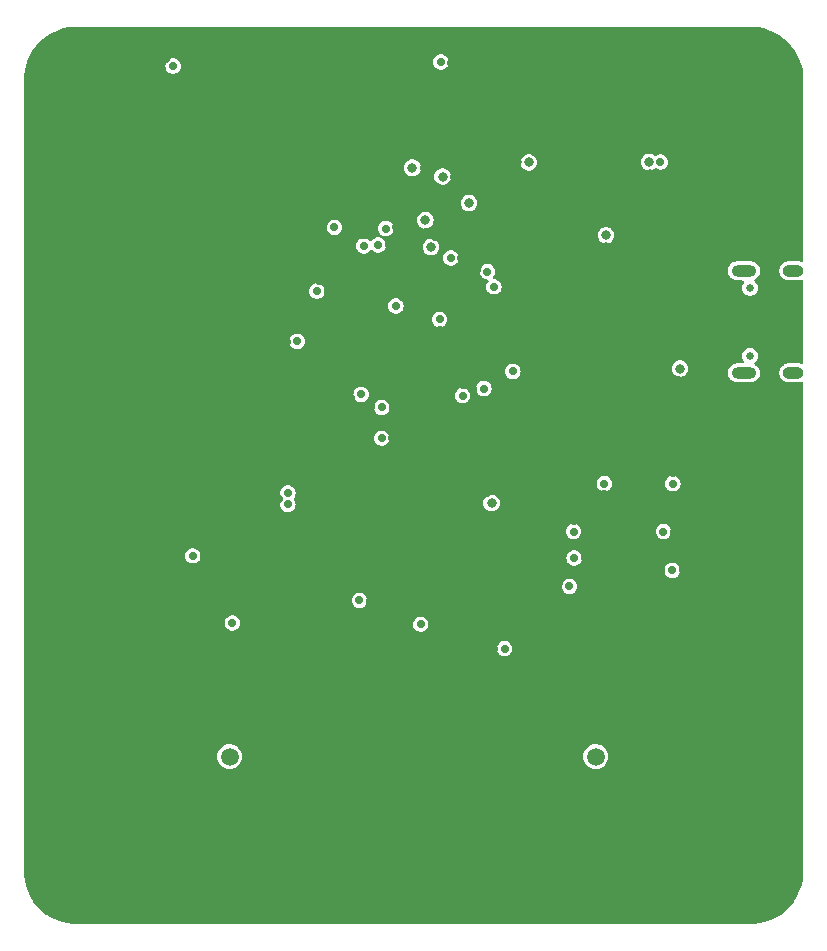
<source format=gbr>
%TF.GenerationSoftware,KiCad,Pcbnew,8.0.7*%
%TF.CreationDate,2025-05-23T18:18:51-03:00*%
%TF.ProjectId,uDAQ,75444151-2e6b-4696-9361-645f70636258,rev?*%
%TF.SameCoordinates,Original*%
%TF.FileFunction,Copper,L2,Inr*%
%TF.FilePolarity,Positive*%
%FSLAX46Y46*%
G04 Gerber Fmt 4.6, Leading zero omitted, Abs format (unit mm)*
G04 Created by KiCad (PCBNEW 8.0.7) date 2025-05-23 18:18:51*
%MOMM*%
%LPD*%
G01*
G04 APERTURE LIST*
%TA.AperFunction,ComponentPad*%
%ADD10O,1.800000X1.000000*%
%TD*%
%TA.AperFunction,ComponentPad*%
%ADD11O,2.100000X1.000000*%
%TD*%
%TA.AperFunction,ComponentPad*%
%ADD12C,0.650000*%
%TD*%
%TA.AperFunction,ComponentPad*%
%ADD13C,6.400000*%
%TD*%
%TA.AperFunction,ComponentPad*%
%ADD14C,3.090000*%
%TD*%
%TA.AperFunction,ComponentPad*%
%ADD15C,1.509000*%
%TD*%
%TA.AperFunction,ViaPad*%
%ADD16C,0.800000*%
%TD*%
%TA.AperFunction,ViaPad*%
%ADD17C,0.700000*%
%TD*%
G04 APERTURE END LIST*
D10*
%TO.N,unconnected-(J201-SHIELD-PadS1)*%
%TO.C,J201*%
X110650000Y-110180000D03*
D11*
%TO.N,unconnected-(J201-SHIELD-PadS1)_1*%
X106470000Y-110180000D03*
D10*
%TO.N,unconnected-(J201-SHIELD-PadS1)_3*%
X110650000Y-118820000D03*
D11*
%TO.N,unconnected-(J201-SHIELD-PadS1)_2*%
X106470000Y-118820000D03*
D12*
%TO.N,*%
X106970000Y-111610000D03*
X106970000Y-117400000D03*
%TD*%
D13*
%TO.N,GND*%
%TO.C,MH4*%
X50075000Y-94000000D03*
%TD*%
%TO.N,GND*%
%TO.C,MH3*%
X107075000Y-94000000D03*
%TD*%
%TO.N,GND*%
%TO.C,MH2*%
X107000000Y-161000000D03*
%TD*%
%TO.N,GND*%
%TO.C,MH1*%
X50000000Y-161000000D03*
%TD*%
D14*
%TO.N,GND*%
%TO.C,J401*%
X88840000Y-156380000D03*
D15*
X96460000Y-151300000D03*
D14*
X99000000Y-156380000D03*
D15*
%TO.N,/DAC/OUT*%
X93920000Y-151300000D03*
%TD*%
D14*
%TO.N,GND*%
%TO.C,J301*%
X57840000Y-156380000D03*
D15*
X65460000Y-151300000D03*
D14*
X68000000Y-156380000D03*
D15*
%TO.N,/ADC/IN*%
X62920000Y-151300000D03*
%TD*%
D16*
%TO.N,GND*%
X85000000Y-115000000D03*
X88000000Y-117000000D03*
X90000000Y-119000000D03*
X93000000Y-121000000D03*
X94000000Y-123000000D03*
X89000000Y-137000000D03*
X91000000Y-141000000D03*
X89000000Y-141000000D03*
X79000000Y-142000000D03*
X66000000Y-139000000D03*
X65000000Y-137000000D03*
X77000000Y-130000000D03*
X76000000Y-137000000D03*
X69000000Y-120000000D03*
X67000000Y-119000000D03*
X67000000Y-121000000D03*
X85000000Y-104000000D03*
X85000000Y-102000000D03*
X85000000Y-100000000D03*
X77000000Y-94000000D03*
X77000000Y-96000000D03*
X74000000Y-104000000D03*
X72000000Y-104000000D03*
X70000000Y-104000000D03*
X63000000Y-107000000D03*
X63000000Y-109000000D03*
X63000000Y-111000000D03*
X65000000Y-116000000D03*
X63000000Y-115000000D03*
X65000000Y-118000000D03*
X63000000Y-117000000D03*
X63000000Y-119000000D03*
X63000000Y-121000000D03*
X65000000Y-120000000D03*
X65000000Y-124000000D03*
X69000000Y-124000000D03*
X67000000Y-125000000D03*
X65000000Y-126000000D03*
X63000000Y-127000000D03*
X61000000Y-130000000D03*
X61000000Y-128000000D03*
X87000000Y-123000000D03*
X89000000Y-124000000D03*
X90000000Y-127000000D03*
X92000000Y-127000000D03*
X91968304Y-128991726D03*
X88000000Y-134000000D03*
X90000000Y-132000000D03*
X90000000Y-130000000D03*
X88000000Y-129000000D03*
X86000000Y-126000000D03*
X84000000Y-124000000D03*
X82000000Y-124000000D03*
X84000000Y-126000000D03*
X82000000Y-128000000D03*
X78000000Y-131000000D03*
X82000000Y-132000000D03*
X80000000Y-132000000D03*
X80000000Y-128000000D03*
X80000000Y-126000000D03*
X91000000Y-147000000D03*
X105000000Y-108000000D03*
X103000000Y-109000000D03*
X103000000Y-99000000D03*
X109000000Y-100000000D03*
X105000000Y-100000000D03*
X103000000Y-101000000D03*
X107000000Y-101000000D03*
X109000000Y-102000000D03*
X105000000Y-102000000D03*
X103000000Y-103000000D03*
X103000000Y-105000000D03*
X105000000Y-104000000D03*
X107000000Y-103000000D03*
X109000000Y-104000000D03*
X107000000Y-105000000D03*
X105000000Y-106000000D03*
X103000000Y-107000000D03*
X101000000Y-108000000D03*
X99000000Y-109000000D03*
X97000000Y-110000000D03*
X91000000Y-111000000D03*
X93000000Y-112000000D03*
X95000000Y-117000000D03*
X95000000Y-115000000D03*
X91000000Y-115000000D03*
X93000000Y-116000000D03*
X105000000Y-120000000D03*
X103000000Y-119000000D03*
X107000000Y-123000000D03*
X105000000Y-122000000D03*
X97000000Y-120000000D03*
X97000000Y-122000000D03*
X99000000Y-121000000D03*
X101000000Y-122000000D03*
X103000000Y-121000000D03*
X103000000Y-123000000D03*
X105000000Y-124000000D03*
X103000000Y-125000000D03*
X105000000Y-126000000D03*
X107000000Y-125000000D03*
X99000000Y-145000000D03*
X99000000Y-149000000D03*
X99000000Y-151000000D03*
X99000000Y-153000000D03*
X85000000Y-148000000D03*
X83000000Y-149000000D03*
X87000000Y-149000000D03*
X91000000Y-151000000D03*
X89000000Y-150000000D03*
X87000000Y-151000000D03*
X89000000Y-152000000D03*
X87000000Y-153000000D03*
X89000000Y-154000000D03*
X91000000Y-153000000D03*
X95000000Y-153000000D03*
X97000000Y-154000000D03*
X95000000Y-155000000D03*
X93000000Y-154000000D03*
X91000000Y-155000000D03*
X93000000Y-156000000D03*
X101000000Y-148000000D03*
X101000000Y-144000000D03*
X101000000Y-142000000D03*
X101000000Y-146000000D03*
X101000000Y-152000000D03*
X101000000Y-150000000D03*
X101000000Y-154000000D03*
X105000000Y-134000000D03*
X105000000Y-130000000D03*
X105000000Y-128000000D03*
X105000000Y-132000000D03*
X103000000Y-139000000D03*
X103000000Y-135000000D03*
X103000000Y-133000000D03*
X105000000Y-142000000D03*
X105000000Y-138000000D03*
X105000000Y-136000000D03*
X105000000Y-140000000D03*
X103000000Y-147000000D03*
X103000000Y-143000000D03*
X103000000Y-141000000D03*
X103000000Y-145000000D03*
X105000000Y-150000000D03*
X105000000Y-146000000D03*
X105000000Y-144000000D03*
X105000000Y-148000000D03*
X103000000Y-155000000D03*
X103000000Y-151000000D03*
X103000000Y-149000000D03*
X103000000Y-153000000D03*
X107000000Y-129000000D03*
X107000000Y-127000000D03*
X109000000Y-126000000D03*
X109000000Y-124000000D03*
X109000000Y-134000000D03*
X109000000Y-130000000D03*
X109000000Y-128000000D03*
X109000000Y-132000000D03*
X109000000Y-142000000D03*
X109000000Y-138000000D03*
X109000000Y-136000000D03*
X109000000Y-140000000D03*
X109000000Y-150000000D03*
X109000000Y-146000000D03*
X109000000Y-144000000D03*
X109000000Y-148000000D03*
X109000000Y-154000000D03*
X109000000Y-152000000D03*
X109000000Y-156000000D03*
X107000000Y-157000000D03*
X107000000Y-155000000D03*
X105000000Y-154000000D03*
X105000000Y-152000000D03*
X105000000Y-156000000D03*
X103000000Y-163000000D03*
X103000000Y-159000000D03*
X103000000Y-157000000D03*
X101000000Y-164000000D03*
X101000000Y-160000000D03*
X101000000Y-158000000D03*
X101000000Y-162000000D03*
X99000000Y-163000000D03*
X99000000Y-159000000D03*
X99000000Y-161000000D03*
X97000000Y-164000000D03*
X97000000Y-160000000D03*
X97000000Y-158000000D03*
X97000000Y-162000000D03*
X95000000Y-163000000D03*
X95000000Y-159000000D03*
X95000000Y-157000000D03*
X95000000Y-161000000D03*
X93000000Y-164000000D03*
X93000000Y-160000000D03*
X93000000Y-158000000D03*
X93000000Y-162000000D03*
X91000000Y-163000000D03*
X91000000Y-159000000D03*
X91000000Y-157000000D03*
X91000000Y-161000000D03*
X89000000Y-164000000D03*
X89000000Y-160000000D03*
X89000000Y-162000000D03*
X87000000Y-163000000D03*
X87000000Y-159000000D03*
X87000000Y-161000000D03*
X73000000Y-164000000D03*
X75000000Y-163000000D03*
X77000000Y-164000000D03*
X77000000Y-162000000D03*
X79000000Y-163000000D03*
X79000000Y-161000000D03*
X81000000Y-162000000D03*
X81000000Y-160000000D03*
X81000000Y-164000000D03*
X83000000Y-161000000D03*
X83000000Y-159000000D03*
X83000000Y-163000000D03*
X85000000Y-164000000D03*
X85000000Y-160000000D03*
X85000000Y-158000000D03*
X85000000Y-162000000D03*
X71000000Y-155000000D03*
X71000000Y-151000000D03*
X71000000Y-149000000D03*
X71000000Y-153000000D03*
X81160000Y-150557836D03*
X81160000Y-148557836D03*
X79000000Y-151000000D03*
X79000000Y-147000000D03*
X79000000Y-149000000D03*
X77000000Y-152000000D03*
X77000000Y-148000000D03*
X77000000Y-146000000D03*
X77000000Y-150000000D03*
X75000000Y-153000000D03*
X75000000Y-149000000D03*
X75000000Y-147000000D03*
X75000000Y-151000000D03*
X73000000Y-154000000D03*
X73000000Y-150000000D03*
X73000000Y-148000000D03*
X73000000Y-152000000D03*
X85000000Y-156000000D03*
X85000000Y-152000000D03*
X85000000Y-150000000D03*
X85000000Y-154000000D03*
X83000000Y-157000000D03*
X83000000Y-153000000D03*
X83000000Y-151000000D03*
X83000000Y-155000000D03*
X81000000Y-158000000D03*
X81000000Y-154000000D03*
X81000000Y-152000000D03*
X81000000Y-156000000D03*
X79000000Y-159000000D03*
X79000000Y-155000000D03*
X79000000Y-153000000D03*
X79000000Y-157000000D03*
X77000000Y-160000000D03*
X77000000Y-156000000D03*
X77000000Y-154000000D03*
X77000000Y-158000000D03*
X75000000Y-161000000D03*
X75000000Y-157000000D03*
X75000000Y-155000000D03*
X75000000Y-159000000D03*
X73000000Y-162000000D03*
X73000000Y-158000000D03*
X73000000Y-156000000D03*
X73000000Y-160000000D03*
X71000000Y-157000000D03*
X71000000Y-161000000D03*
X71000000Y-163000000D03*
X71000000Y-159000000D03*
X69000000Y-148000000D03*
X69000000Y-150000000D03*
X67000000Y-151000000D03*
X69000000Y-152000000D03*
X67000000Y-153000000D03*
X69000000Y-154000000D03*
X69000000Y-164000000D03*
X69000000Y-162000000D03*
X69000000Y-160000000D03*
X67000000Y-159000000D03*
X67000000Y-161000000D03*
X67000000Y-163000000D03*
X65000000Y-154000000D03*
X65000000Y-156000000D03*
X65000000Y-158000000D03*
X65000000Y-160000000D03*
X65000000Y-162000000D03*
X65000000Y-164000000D03*
X63000000Y-163000000D03*
X63000000Y-161000000D03*
X63000000Y-159000000D03*
X63000000Y-153000000D03*
X63000000Y-155000000D03*
X63000000Y-157000000D03*
X61000000Y-158000000D03*
X61000000Y-156000000D03*
X61000000Y-154000000D03*
X61000000Y-152000000D03*
X61000000Y-146000000D03*
X61000000Y-144000000D03*
X59000000Y-143000000D03*
X59000000Y-145000000D03*
X59000000Y-147000000D03*
X59000000Y-151000000D03*
X59000000Y-153000000D03*
X57000000Y-154000000D03*
X57000000Y-152000000D03*
X57000000Y-150000000D03*
X61000000Y-164000000D03*
X61000000Y-162000000D03*
X61000000Y-160000000D03*
X59000000Y-159000000D03*
X59000000Y-161000000D03*
X59000000Y-163000000D03*
X57000000Y-164000000D03*
X57000000Y-162000000D03*
X57000000Y-160000000D03*
X55000000Y-163000000D03*
X55000000Y-161000000D03*
X55000000Y-159000000D03*
X55000000Y-157000000D03*
X55000000Y-155000000D03*
X55000000Y-153000000D03*
X55000000Y-151000000D03*
X55000000Y-149000000D03*
X49000000Y-156000000D03*
X53000000Y-156000000D03*
X51000000Y-155000000D03*
X53000000Y-154000000D03*
X49000000Y-154000000D03*
X47000000Y-157000000D03*
X47000000Y-155000000D03*
X47000000Y-153000000D03*
X53000000Y-152000000D03*
X53000000Y-150000000D03*
X47000000Y-151000000D03*
X55000000Y-147000000D03*
X53000000Y-148000000D03*
X47000000Y-149000000D03*
X57000000Y-138000000D03*
X57000000Y-148000000D03*
X57000000Y-132000000D03*
X57000000Y-140000000D03*
X57000000Y-146000000D03*
X57000000Y-134000000D03*
X57000000Y-142000000D03*
X57000000Y-136000000D03*
X57000000Y-144000000D03*
X57000000Y-130000000D03*
X61000000Y-114000000D03*
X61000000Y-124000000D03*
X61000000Y-108000000D03*
X61000000Y-116000000D03*
X61000000Y-122000000D03*
X61000000Y-110000000D03*
X61000000Y-118000000D03*
X61000000Y-112000000D03*
X61000000Y-120000000D03*
X61000000Y-106000000D03*
X59000000Y-125000000D03*
X59000000Y-113000000D03*
X59000000Y-107000000D03*
X59000000Y-109000000D03*
X59000000Y-111000000D03*
X59000000Y-105000000D03*
X57000000Y-126000000D03*
X57000000Y-128000000D03*
X57000000Y-108000000D03*
X57000000Y-110000000D03*
X57000000Y-112000000D03*
X57000000Y-106000000D03*
X55000000Y-143000000D03*
X55000000Y-145000000D03*
X55000000Y-131000000D03*
X55000000Y-141000000D03*
X55000000Y-125000000D03*
X55000000Y-133000000D03*
X55000000Y-139000000D03*
X55000000Y-127000000D03*
X55000000Y-135000000D03*
X55000000Y-129000000D03*
X55000000Y-137000000D03*
X55000000Y-123000000D03*
X53000000Y-144000000D03*
X53000000Y-146000000D03*
X53000000Y-132000000D03*
X53000000Y-142000000D03*
X53000000Y-126000000D03*
X53000000Y-134000000D03*
X53000000Y-140000000D03*
X53000000Y-128000000D03*
X53000000Y-136000000D03*
X53000000Y-130000000D03*
X53000000Y-138000000D03*
X53000000Y-124000000D03*
X51000000Y-131000000D03*
X51000000Y-125000000D03*
X51000000Y-133000000D03*
X51000000Y-139000000D03*
X51000000Y-127000000D03*
X51000000Y-135000000D03*
X51000000Y-129000000D03*
X51000000Y-137000000D03*
X49000000Y-132000000D03*
X49000000Y-126000000D03*
X49000000Y-134000000D03*
X49000000Y-140000000D03*
X49000000Y-128000000D03*
X49000000Y-136000000D03*
X49000000Y-130000000D03*
X49000000Y-138000000D03*
X49000000Y-124000000D03*
X55000000Y-107000000D03*
X55000000Y-101000000D03*
X55000000Y-109000000D03*
X55000000Y-115000000D03*
X55000000Y-103000000D03*
X55000000Y-111000000D03*
X55000000Y-105000000D03*
X55000000Y-113000000D03*
X55000000Y-99000000D03*
X53000000Y-108000000D03*
X53000000Y-102000000D03*
X53000000Y-110000000D03*
X53000000Y-104000000D03*
X53000000Y-112000000D03*
X53000000Y-106000000D03*
X53000000Y-114000000D03*
X53000000Y-100000000D03*
X51000000Y-107000000D03*
X51000000Y-101000000D03*
X51000000Y-109000000D03*
X51000000Y-103000000D03*
X51000000Y-111000000D03*
X51000000Y-105000000D03*
X51000000Y-113000000D03*
X51000000Y-99000000D03*
X49000000Y-108000000D03*
X49000000Y-102000000D03*
X49000000Y-110000000D03*
X49000000Y-104000000D03*
X49000000Y-112000000D03*
X49000000Y-106000000D03*
X49000000Y-114000000D03*
X49000000Y-100000000D03*
X47000000Y-145000000D03*
X47000000Y-147000000D03*
X47000000Y-133000000D03*
X47000000Y-143000000D03*
X47000000Y-127000000D03*
X47000000Y-135000000D03*
X47000000Y-141000000D03*
X47000000Y-129000000D03*
X47000000Y-137000000D03*
X47000000Y-131000000D03*
X47000000Y-139000000D03*
X47000000Y-125000000D03*
X47000000Y-121000000D03*
X47000000Y-123000000D03*
X47000000Y-109000000D03*
X47000000Y-119000000D03*
X47000000Y-103000000D03*
X47000000Y-111000000D03*
X47000000Y-117000000D03*
X47000000Y-105000000D03*
X47000000Y-113000000D03*
X47000000Y-107000000D03*
X47000000Y-115000000D03*
X47000000Y-101000000D03*
X47000000Y-99000000D03*
X102000000Y-91000000D03*
X100000000Y-91000000D03*
X98000000Y-91000000D03*
X96000000Y-91000000D03*
X94000000Y-91000000D03*
X92000000Y-91000000D03*
X90000000Y-91000000D03*
X88000000Y-91000000D03*
X86000000Y-91000000D03*
X84000000Y-91000000D03*
X58000000Y-91000000D03*
X56000000Y-91000000D03*
X54000000Y-91000000D03*
D17*
X76400000Y-108000000D03*
%TO.N,+3V3*%
X86900000Y-118700000D03*
%TO.N,GND*%
X70500000Y-111000000D03*
X67750000Y-116200000D03*
X73175252Y-120906624D03*
X83549997Y-120150000D03*
X82650000Y-119849997D03*
%TO.N,+3V3*%
X82650000Y-120750000D03*
X84450000Y-120150000D03*
%TO.N,GND*%
X85300000Y-112500000D03*
X81700003Y-92600000D03*
%TO.N,+3V3*%
X80800000Y-92500000D03*
%TO.N,GND*%
X57513602Y-92213602D03*
%TO.N,+3V3*%
X99400000Y-100975000D03*
%TO.N,GND*%
X63009314Y-140990686D03*
X74817326Y-138100344D03*
X67078254Y-129486952D03*
X78295013Y-139697507D03*
X90800000Y-136600000D03*
%TO.N,+3V3A*%
X91700000Y-136900000D03*
X79100000Y-140100000D03*
%TO.N,GND*%
X85300386Y-142201459D03*
%TO.N,VCOM*%
X86200000Y-142175000D03*
%TO.N,GND*%
X81725000Y-143125000D03*
X82575000Y-142775000D03*
X84975000Y-143825000D03*
X90190000Y-145330000D03*
X82070000Y-134750000D03*
X82060000Y-135680000D03*
X82080000Y-136680000D03*
X81230000Y-137080000D03*
X80120000Y-137160000D03*
X84690583Y-128992747D03*
X59790000Y-135260000D03*
%TO.N,+5V*%
X59800000Y-134330000D03*
D16*
%TO.N,GND*%
X87250000Y-101000000D03*
X101000000Y-119500000D03*
D17*
X101107500Y-98000000D03*
D16*
%TO.N,+5V*%
X85100000Y-129850000D03*
X88250000Y-101000000D03*
X101050000Y-118450000D03*
%TO.N,GND*%
X98475000Y-102000000D03*
X94800000Y-108175003D03*
%TO.N,+3V3*%
X98450000Y-100975000D03*
X94800000Y-107175000D03*
%TO.N,GND*%
X89500000Y-104025000D03*
X90600000Y-104050000D03*
X91275000Y-101900000D03*
X93400000Y-101925000D03*
X97725000Y-104000000D03*
X96575000Y-104025000D03*
X106300000Y-120500000D03*
X106300000Y-108450000D03*
D17*
X84000000Y-105000000D03*
D16*
%TO.N,/MCU/TIM4_CH3*%
X83200000Y-104450000D03*
D17*
%TO.N,GND*%
X81900000Y-102200000D03*
D16*
%TO.N,/MCU/TIM4_CH1*%
X80950000Y-102200000D03*
D17*
%TO.N,GND*%
X80350000Y-107300000D03*
D16*
%TO.N,/MCU/TIM4_CH3*%
X79969221Y-108170352D03*
D17*
%TO.N,GND*%
X79550000Y-106850000D03*
D16*
%TO.N,/MCU/TIM4_CH1*%
X79500000Y-105900000D03*
%TO.N,GND*%
X78050000Y-105789950D03*
D17*
X79350000Y-101450000D03*
D16*
%TO.N,/MCU/TIM4_CH2*%
X78400000Y-101450000D03*
D17*
X76150000Y-106600000D03*
%TO.N,GND*%
X77043838Y-106494843D03*
X78850000Y-94500000D03*
X62050000Y-102250000D03*
%TO.N,+3V3*%
X58150000Y-92850000D03*
%TO.N,GND*%
X70000000Y-93450000D03*
X69950000Y-94350000D03*
X70000000Y-98000000D03*
X59600000Y-96150000D03*
X59050000Y-96950000D03*
X59650000Y-97750000D03*
X59050000Y-98550000D03*
X83857893Y-110131053D03*
X80700000Y-115200000D03*
%TO.N,/MCU/MCU_NRST*%
X84750000Y-110250000D03*
%TO.N,+3V3*%
X85300000Y-111550000D03*
%TO.N,GND*%
X77523116Y-112417638D03*
X72450000Y-105800000D03*
X74284620Y-107146140D03*
X82550003Y-109100000D03*
%TO.N,/MCU/MCU_NRST*%
X80700000Y-114300000D03*
%TO.N,+3V3*%
X75500000Y-108000000D03*
%TO.N,/MCU/MCU_SWDIO*%
X71800000Y-106500000D03*
X77000000Y-113150000D03*
%TO.N,/MCU/MCU_SWCLK*%
X74284620Y-108065380D03*
X81650000Y-109100000D03*
%TO.N,GND*%
X97450000Y-147350000D03*
X92650000Y-138700000D03*
X97900000Y-142850000D03*
X95000000Y-140950000D03*
X100350000Y-136500000D03*
X100550000Y-132250000D03*
X101300000Y-135550000D03*
X93009620Y-134490380D03*
X92050000Y-131350000D03*
%TO.N,DAC_NLDAC*%
X99650000Y-132250000D03*
%TO.N,GND*%
X98900000Y-132950000D03*
%TO.N,DAC_NLDAC*%
X92050000Y-132250000D03*
%TO.N,GND*%
X96000000Y-133800000D03*
X94600000Y-129100000D03*
X100450000Y-127300000D03*
%TO.N,SPI2_NSS*%
X94650000Y-128200000D03*
%TO.N,GND*%
X95850000Y-127150000D03*
X96300000Y-128100000D03*
%TO.N,SPI2_NSS*%
X100450000Y-128200000D03*
%TO.N,GND*%
X66250000Y-137000000D03*
X73450000Y-132900000D03*
X65850000Y-146500000D03*
X65000000Y-146100000D03*
X62000000Y-137200000D03*
X63050000Y-137200000D03*
%TO.N,VCOM*%
X73917500Y-138082500D03*
%TO.N,GND*%
X72450000Y-140300000D03*
%TO.N,VCOM*%
X63150000Y-140000000D03*
%TO.N,GND*%
X65900000Y-140200000D03*
X70100000Y-138050000D03*
X66350000Y-131300000D03*
X62550000Y-131750000D03*
X63500000Y-131750000D03*
%TO.N,+3V3A*%
X67850000Y-129000000D03*
X67850000Y-129950000D03*
%TO.N,GND*%
X68250000Y-132000000D03*
X69550000Y-132000000D03*
X70850000Y-131450000D03*
X70850000Y-132500000D03*
X70250000Y-127800000D03*
X69700000Y-126800000D03*
X76700000Y-124350000D03*
X74900000Y-121750000D03*
%TO.N,+3V3*%
X74050000Y-120650000D03*
%TO.N,SPI1_NSS*%
X75800000Y-124350000D03*
X75800000Y-121750000D03*
%TO.N,GND*%
X103400000Y-114050000D03*
%TO.N,+3V3*%
X68650000Y-116150000D03*
%TO.N,GND*%
X81350000Y-112500000D03*
X80750000Y-117600000D03*
X75650000Y-115500000D03*
X76250000Y-111900000D03*
X65200000Y-112450000D03*
X65750000Y-113250000D03*
X69500000Y-108700000D03*
X68650000Y-108200000D03*
X72500000Y-110100000D03*
X71400000Y-109300000D03*
%TO.N,+3V3*%
X70300000Y-111900000D03*
%TO.N,DAC_NCLR*%
X100400000Y-135550000D03*
X92100000Y-134500000D03*
%TD*%
%TA.AperFunction,Conductor*%
%TO.N,GND*%
G36*
X107002702Y-89500617D02*
G01*
X107386771Y-89517386D01*
X107397506Y-89518326D01*
X107775971Y-89568152D01*
X107786597Y-89570025D01*
X108159284Y-89652648D01*
X108169710Y-89655442D01*
X108533765Y-89770227D01*
X108543911Y-89773920D01*
X108896578Y-89920000D01*
X108906369Y-89924566D01*
X109244942Y-90100816D01*
X109254310Y-90106224D01*
X109576244Y-90311318D01*
X109585105Y-90317523D01*
X109887930Y-90549889D01*
X109896217Y-90556843D01*
X110177635Y-90814715D01*
X110185284Y-90822364D01*
X110443156Y-91103782D01*
X110450110Y-91112069D01*
X110682476Y-91414894D01*
X110688681Y-91423755D01*
X110893775Y-91745689D01*
X110899183Y-91755057D01*
X111075430Y-92093623D01*
X111080002Y-92103427D01*
X111226075Y-92456078D01*
X111229775Y-92466244D01*
X111344554Y-92830278D01*
X111347354Y-92840727D01*
X111429971Y-93213389D01*
X111431849Y-93224042D01*
X111481671Y-93602473D01*
X111482614Y-93613249D01*
X111499382Y-93997297D01*
X111499500Y-94002706D01*
X111499500Y-109314155D01*
X111479815Y-109381194D01*
X111427011Y-109426949D01*
X111357853Y-109436893D01*
X111328048Y-109428716D01*
X111283501Y-109410264D01*
X111283489Y-109410261D01*
X111128845Y-109379500D01*
X111128842Y-109379500D01*
X110171158Y-109379500D01*
X110171155Y-109379500D01*
X110016510Y-109410261D01*
X110016498Y-109410264D01*
X109870827Y-109470602D01*
X109870814Y-109470609D01*
X109739711Y-109558210D01*
X109739707Y-109558213D01*
X109628213Y-109669707D01*
X109628210Y-109669711D01*
X109540609Y-109800814D01*
X109540602Y-109800827D01*
X109480264Y-109946498D01*
X109480261Y-109946510D01*
X109449500Y-110101153D01*
X109449500Y-110258846D01*
X109480261Y-110413489D01*
X109480264Y-110413501D01*
X109540602Y-110559172D01*
X109540609Y-110559185D01*
X109628210Y-110690288D01*
X109628213Y-110690292D01*
X109739707Y-110801786D01*
X109739711Y-110801789D01*
X109870814Y-110889390D01*
X109870827Y-110889397D01*
X110016498Y-110949735D01*
X110016503Y-110949737D01*
X110133398Y-110972989D01*
X110171153Y-110980499D01*
X110171156Y-110980500D01*
X110171158Y-110980500D01*
X111128844Y-110980500D01*
X111128845Y-110980499D01*
X111283497Y-110949737D01*
X111328050Y-110931282D01*
X111397515Y-110923814D01*
X111459995Y-110955088D01*
X111495648Y-111015177D01*
X111499500Y-111045844D01*
X111499500Y-117954155D01*
X111479815Y-118021194D01*
X111427011Y-118066949D01*
X111357853Y-118076893D01*
X111328048Y-118068716D01*
X111283501Y-118050264D01*
X111283489Y-118050261D01*
X111128845Y-118019500D01*
X111128842Y-118019500D01*
X110171158Y-118019500D01*
X110171155Y-118019500D01*
X110016510Y-118050261D01*
X110016498Y-118050264D01*
X109870827Y-118110602D01*
X109870814Y-118110609D01*
X109739711Y-118198210D01*
X109739707Y-118198213D01*
X109628213Y-118309707D01*
X109628210Y-118309711D01*
X109540609Y-118440814D01*
X109540602Y-118440827D01*
X109480264Y-118586498D01*
X109480261Y-118586510D01*
X109449500Y-118741153D01*
X109449500Y-118898846D01*
X109480261Y-119053489D01*
X109480264Y-119053501D01*
X109540602Y-119199172D01*
X109540609Y-119199185D01*
X109628210Y-119330288D01*
X109628213Y-119330292D01*
X109739707Y-119441786D01*
X109739711Y-119441789D01*
X109870814Y-119529390D01*
X109870827Y-119529397D01*
X110016498Y-119589735D01*
X110016503Y-119589737D01*
X110171153Y-119620499D01*
X110171156Y-119620500D01*
X110171158Y-119620500D01*
X111128844Y-119620500D01*
X111128845Y-119620499D01*
X111283497Y-119589737D01*
X111328050Y-119571282D01*
X111397515Y-119563814D01*
X111459995Y-119595088D01*
X111495648Y-119655177D01*
X111499500Y-119685844D01*
X111499500Y-160997293D01*
X111499382Y-161002702D01*
X111482614Y-161386750D01*
X111481671Y-161397526D01*
X111431849Y-161775957D01*
X111429971Y-161786610D01*
X111347354Y-162159272D01*
X111344554Y-162169721D01*
X111229775Y-162533755D01*
X111226075Y-162543921D01*
X111080002Y-162896572D01*
X111075430Y-162906376D01*
X110899183Y-163244942D01*
X110893775Y-163254310D01*
X110688681Y-163576244D01*
X110682476Y-163585105D01*
X110450110Y-163887930D01*
X110443156Y-163896217D01*
X110185284Y-164177635D01*
X110177635Y-164185284D01*
X109896217Y-164443156D01*
X109887930Y-164450110D01*
X109585105Y-164682476D01*
X109576244Y-164688681D01*
X109254310Y-164893775D01*
X109244942Y-164899183D01*
X108906376Y-165075430D01*
X108896572Y-165080002D01*
X108543921Y-165226075D01*
X108533755Y-165229775D01*
X108169721Y-165344554D01*
X108159272Y-165347354D01*
X107786610Y-165429971D01*
X107775957Y-165431849D01*
X107397526Y-165481671D01*
X107386750Y-165482614D01*
X107002703Y-165499382D01*
X106997294Y-165499500D01*
X50002706Y-165499500D01*
X49997297Y-165499382D01*
X49613249Y-165482614D01*
X49602473Y-165481671D01*
X49224042Y-165431849D01*
X49213389Y-165429971D01*
X48840727Y-165347354D01*
X48830278Y-165344554D01*
X48466244Y-165229775D01*
X48456078Y-165226075D01*
X48103427Y-165080002D01*
X48093623Y-165075430D01*
X47755057Y-164899183D01*
X47745689Y-164893775D01*
X47423755Y-164688681D01*
X47414894Y-164682476D01*
X47112069Y-164450110D01*
X47103782Y-164443156D01*
X46822364Y-164185284D01*
X46814715Y-164177635D01*
X46556843Y-163896217D01*
X46549889Y-163887930D01*
X46317523Y-163585105D01*
X46311318Y-163576244D01*
X46106224Y-163254310D01*
X46100816Y-163244942D01*
X45924569Y-162906376D01*
X45919997Y-162896572D01*
X45773924Y-162543921D01*
X45770224Y-162533755D01*
X45655442Y-162169710D01*
X45652648Y-162159284D01*
X45570025Y-161786597D01*
X45568152Y-161775971D01*
X45518326Y-161397506D01*
X45517386Y-161386771D01*
X45500618Y-161002702D01*
X45500500Y-160997293D01*
X45500500Y-151300000D01*
X61859895Y-151300000D01*
X61880264Y-151506814D01*
X61940592Y-151705689D01*
X62038551Y-151888957D01*
X62038555Y-151888964D01*
X62170392Y-152049607D01*
X62331035Y-152181444D01*
X62331042Y-152181448D01*
X62514310Y-152279407D01*
X62514312Y-152279407D01*
X62514315Y-152279409D01*
X62713184Y-152339735D01*
X62713183Y-152339735D01*
X62731726Y-152341561D01*
X62920000Y-152360105D01*
X63126816Y-152339735D01*
X63325685Y-152279409D01*
X63508963Y-152181445D01*
X63669607Y-152049607D01*
X63801445Y-151888963D01*
X63899409Y-151705685D01*
X63959735Y-151506816D01*
X63980105Y-151300000D01*
X92859895Y-151300000D01*
X92880264Y-151506814D01*
X92940592Y-151705689D01*
X93038551Y-151888957D01*
X93038555Y-151888964D01*
X93170392Y-152049607D01*
X93331035Y-152181444D01*
X93331042Y-152181448D01*
X93514310Y-152279407D01*
X93514312Y-152279407D01*
X93514315Y-152279409D01*
X93713184Y-152339735D01*
X93713183Y-152339735D01*
X93731726Y-152341561D01*
X93920000Y-152360105D01*
X94126816Y-152339735D01*
X94325685Y-152279409D01*
X94508963Y-152181445D01*
X94669607Y-152049607D01*
X94801445Y-151888963D01*
X94899409Y-151705685D01*
X94959735Y-151506816D01*
X94980105Y-151300000D01*
X94959735Y-151093184D01*
X94899409Y-150894315D01*
X94899407Y-150894312D01*
X94899407Y-150894310D01*
X94801448Y-150711042D01*
X94801444Y-150711035D01*
X94669607Y-150550392D01*
X94508964Y-150418555D01*
X94508957Y-150418551D01*
X94325689Y-150320592D01*
X94226250Y-150290428D01*
X94126816Y-150260265D01*
X94126814Y-150260264D01*
X94126816Y-150260264D01*
X93920000Y-150239895D01*
X93713185Y-150260264D01*
X93514310Y-150320592D01*
X93331042Y-150418551D01*
X93331035Y-150418555D01*
X93170392Y-150550392D01*
X93038555Y-150711035D01*
X93038551Y-150711042D01*
X92940592Y-150894310D01*
X92880264Y-151093185D01*
X92859895Y-151300000D01*
X63980105Y-151300000D01*
X63959735Y-151093184D01*
X63899409Y-150894315D01*
X63899407Y-150894312D01*
X63899407Y-150894310D01*
X63801448Y-150711042D01*
X63801444Y-150711035D01*
X63669607Y-150550392D01*
X63508964Y-150418555D01*
X63508957Y-150418551D01*
X63325689Y-150320592D01*
X63226250Y-150290428D01*
X63126816Y-150260265D01*
X63126814Y-150260264D01*
X63126816Y-150260264D01*
X62920000Y-150239895D01*
X62713185Y-150260264D01*
X62514310Y-150320592D01*
X62331042Y-150418551D01*
X62331035Y-150418555D01*
X62170392Y-150550392D01*
X62038555Y-150711035D01*
X62038551Y-150711042D01*
X61940592Y-150894310D01*
X61880264Y-151093185D01*
X61859895Y-151300000D01*
X45500500Y-151300000D01*
X45500500Y-142174999D01*
X85544722Y-142174999D01*
X85544722Y-142175000D01*
X85563762Y-142331818D01*
X85619780Y-142479523D01*
X85709517Y-142609530D01*
X85827760Y-142714283D01*
X85827762Y-142714284D01*
X85967634Y-142787696D01*
X86121014Y-142825500D01*
X86121015Y-142825500D01*
X86278985Y-142825500D01*
X86432365Y-142787696D01*
X86572240Y-142714283D01*
X86690483Y-142609530D01*
X86780220Y-142479523D01*
X86836237Y-142331818D01*
X86855278Y-142175000D01*
X86836237Y-142018182D01*
X86780220Y-141870477D01*
X86690483Y-141740470D01*
X86572240Y-141635717D01*
X86572238Y-141635716D01*
X86572237Y-141635715D01*
X86432365Y-141562303D01*
X86278986Y-141524500D01*
X86278985Y-141524500D01*
X86121015Y-141524500D01*
X86121014Y-141524500D01*
X85967634Y-141562303D01*
X85827762Y-141635715D01*
X85709516Y-141740471D01*
X85619781Y-141870475D01*
X85619780Y-141870476D01*
X85563762Y-142018181D01*
X85544722Y-142174999D01*
X45500500Y-142174999D01*
X45500500Y-139999999D01*
X62494722Y-139999999D01*
X62494722Y-140000000D01*
X62513762Y-140156818D01*
X62551688Y-140256818D01*
X62569780Y-140304523D01*
X62659517Y-140434530D01*
X62777760Y-140539283D01*
X62777762Y-140539284D01*
X62917634Y-140612696D01*
X63071014Y-140650500D01*
X63071015Y-140650500D01*
X63228985Y-140650500D01*
X63382365Y-140612696D01*
X63522240Y-140539283D01*
X63640483Y-140434530D01*
X63730220Y-140304523D01*
X63786237Y-140156818D01*
X63793136Y-140099999D01*
X78444722Y-140099999D01*
X78444722Y-140100000D01*
X78463762Y-140256818D01*
X78481855Y-140304524D01*
X78519780Y-140404523D01*
X78609517Y-140534530D01*
X78727760Y-140639283D01*
X78727762Y-140639284D01*
X78867634Y-140712696D01*
X79021014Y-140750500D01*
X79021015Y-140750500D01*
X79178985Y-140750500D01*
X79332365Y-140712696D01*
X79472240Y-140639283D01*
X79590483Y-140534530D01*
X79680220Y-140404523D01*
X79736237Y-140256818D01*
X79755278Y-140100000D01*
X79736237Y-139943182D01*
X79680220Y-139795477D01*
X79590483Y-139665470D01*
X79472240Y-139560717D01*
X79472238Y-139560716D01*
X79472237Y-139560715D01*
X79332365Y-139487303D01*
X79178986Y-139449500D01*
X79178985Y-139449500D01*
X79021015Y-139449500D01*
X79021014Y-139449500D01*
X78867634Y-139487303D01*
X78727762Y-139560715D01*
X78609516Y-139665471D01*
X78519781Y-139795475D01*
X78519780Y-139795476D01*
X78463762Y-139943181D01*
X78444722Y-140099999D01*
X63793136Y-140099999D01*
X63805278Y-140000000D01*
X63786237Y-139843182D01*
X63730220Y-139695477D01*
X63640483Y-139565470D01*
X63522240Y-139460717D01*
X63522238Y-139460716D01*
X63522237Y-139460715D01*
X63382365Y-139387303D01*
X63228986Y-139349500D01*
X63228985Y-139349500D01*
X63071015Y-139349500D01*
X63071014Y-139349500D01*
X62917634Y-139387303D01*
X62777762Y-139460715D01*
X62659516Y-139565471D01*
X62569781Y-139695475D01*
X62569780Y-139695476D01*
X62513762Y-139843181D01*
X62494722Y-139999999D01*
X45500500Y-139999999D01*
X45500500Y-138082499D01*
X73262222Y-138082499D01*
X73262222Y-138082500D01*
X73281262Y-138239318D01*
X73337280Y-138387023D01*
X73427017Y-138517030D01*
X73545260Y-138621783D01*
X73545262Y-138621784D01*
X73685134Y-138695196D01*
X73838514Y-138733000D01*
X73838515Y-138733000D01*
X73996485Y-138733000D01*
X74149865Y-138695196D01*
X74289740Y-138621783D01*
X74407983Y-138517030D01*
X74497720Y-138387023D01*
X74553737Y-138239318D01*
X74572778Y-138082500D01*
X74553737Y-137925682D01*
X74497720Y-137777977D01*
X74407983Y-137647970D01*
X74289740Y-137543217D01*
X74289738Y-137543216D01*
X74289737Y-137543215D01*
X74149865Y-137469803D01*
X73996486Y-137432000D01*
X73996485Y-137432000D01*
X73838515Y-137432000D01*
X73838514Y-137432000D01*
X73685134Y-137469803D01*
X73545262Y-137543215D01*
X73427016Y-137647971D01*
X73337281Y-137777975D01*
X73337280Y-137777976D01*
X73281262Y-137925681D01*
X73262222Y-138082499D01*
X45500500Y-138082499D01*
X45500500Y-136899999D01*
X91044722Y-136899999D01*
X91044722Y-136900000D01*
X91063762Y-137056818D01*
X91119780Y-137204523D01*
X91209517Y-137334530D01*
X91327760Y-137439283D01*
X91327762Y-137439284D01*
X91467634Y-137512696D01*
X91621014Y-137550500D01*
X91621015Y-137550500D01*
X91778985Y-137550500D01*
X91932365Y-137512696D01*
X92072240Y-137439283D01*
X92190483Y-137334530D01*
X92280220Y-137204523D01*
X92336237Y-137056818D01*
X92355278Y-136900000D01*
X92336237Y-136743182D01*
X92280220Y-136595477D01*
X92190483Y-136465470D01*
X92072240Y-136360717D01*
X92072238Y-136360716D01*
X92072237Y-136360715D01*
X91932365Y-136287303D01*
X91778986Y-136249500D01*
X91778985Y-136249500D01*
X91621015Y-136249500D01*
X91621014Y-136249500D01*
X91467634Y-136287303D01*
X91327762Y-136360715D01*
X91209516Y-136465471D01*
X91119781Y-136595475D01*
X91119780Y-136595476D01*
X91063762Y-136743181D01*
X91044722Y-136899999D01*
X45500500Y-136899999D01*
X45500500Y-135549999D01*
X99744722Y-135549999D01*
X99744722Y-135550000D01*
X99763762Y-135706818D01*
X99819780Y-135854523D01*
X99909517Y-135984530D01*
X100027760Y-136089283D01*
X100027762Y-136089284D01*
X100167634Y-136162696D01*
X100321014Y-136200500D01*
X100321015Y-136200500D01*
X100478985Y-136200500D01*
X100632365Y-136162696D01*
X100772240Y-136089283D01*
X100890483Y-135984530D01*
X100980220Y-135854523D01*
X101036237Y-135706818D01*
X101055278Y-135550000D01*
X101036237Y-135393182D01*
X100980220Y-135245477D01*
X100890483Y-135115470D01*
X100772240Y-135010717D01*
X100772238Y-135010716D01*
X100772237Y-135010715D01*
X100632365Y-134937303D01*
X100478986Y-134899500D01*
X100478985Y-134899500D01*
X100321015Y-134899500D01*
X100321014Y-134899500D01*
X100167634Y-134937303D01*
X100027762Y-135010715D01*
X99909516Y-135115471D01*
X99819781Y-135245475D01*
X99819780Y-135245476D01*
X99763762Y-135393181D01*
X99744722Y-135549999D01*
X45500500Y-135549999D01*
X45500500Y-134329999D01*
X59144722Y-134329999D01*
X59144722Y-134330000D01*
X59163762Y-134486818D01*
X59219780Y-134634523D01*
X59309517Y-134764530D01*
X59427760Y-134869283D01*
X59427762Y-134869284D01*
X59567634Y-134942696D01*
X59721014Y-134980500D01*
X59721015Y-134980500D01*
X59878985Y-134980500D01*
X60032365Y-134942696D01*
X60047928Y-134934528D01*
X60172240Y-134869283D01*
X60290483Y-134764530D01*
X60380220Y-134634523D01*
X60431238Y-134499999D01*
X91444722Y-134499999D01*
X91444722Y-134500000D01*
X91463762Y-134656818D01*
X91519780Y-134804523D01*
X91609517Y-134934530D01*
X91727760Y-135039283D01*
X91727762Y-135039284D01*
X91867634Y-135112696D01*
X92021014Y-135150500D01*
X92021015Y-135150500D01*
X92178985Y-135150500D01*
X92332365Y-135112696D01*
X92472240Y-135039283D01*
X92590483Y-134934530D01*
X92680220Y-134804523D01*
X92736237Y-134656818D01*
X92755278Y-134500000D01*
X92753678Y-134486818D01*
X92736237Y-134343181D01*
X92714992Y-134287164D01*
X92680220Y-134195477D01*
X92590483Y-134065470D01*
X92472240Y-133960717D01*
X92472238Y-133960716D01*
X92472237Y-133960715D01*
X92332365Y-133887303D01*
X92178986Y-133849500D01*
X92178985Y-133849500D01*
X92021015Y-133849500D01*
X92021014Y-133849500D01*
X91867634Y-133887303D01*
X91727762Y-133960715D01*
X91609516Y-134065471D01*
X91519781Y-134195475D01*
X91519780Y-134195476D01*
X91463762Y-134343181D01*
X91444722Y-134499999D01*
X60431238Y-134499999D01*
X60436237Y-134486818D01*
X60455278Y-134330000D01*
X60436237Y-134173182D01*
X60380220Y-134025477D01*
X60290483Y-133895470D01*
X60172240Y-133790717D01*
X60172238Y-133790716D01*
X60172237Y-133790715D01*
X60032365Y-133717303D01*
X59878986Y-133679500D01*
X59878985Y-133679500D01*
X59721015Y-133679500D01*
X59721014Y-133679500D01*
X59567634Y-133717303D01*
X59427762Y-133790715D01*
X59309516Y-133895471D01*
X59219781Y-134025475D01*
X59219780Y-134025476D01*
X59163762Y-134173181D01*
X59144722Y-134329999D01*
X45500500Y-134329999D01*
X45500500Y-132249999D01*
X91394722Y-132249999D01*
X91394722Y-132250000D01*
X91413762Y-132406818D01*
X91469780Y-132554523D01*
X91559517Y-132684530D01*
X91677760Y-132789283D01*
X91677762Y-132789284D01*
X91817634Y-132862696D01*
X91971014Y-132900500D01*
X91971015Y-132900500D01*
X92128985Y-132900500D01*
X92282365Y-132862696D01*
X92422240Y-132789283D01*
X92540483Y-132684530D01*
X92630220Y-132554523D01*
X92686237Y-132406818D01*
X92705278Y-132250000D01*
X92705278Y-132249999D01*
X98994722Y-132249999D01*
X98994722Y-132250000D01*
X99013762Y-132406818D01*
X99069780Y-132554523D01*
X99159517Y-132684530D01*
X99277760Y-132789283D01*
X99277762Y-132789284D01*
X99417634Y-132862696D01*
X99571014Y-132900500D01*
X99571015Y-132900500D01*
X99728985Y-132900500D01*
X99882365Y-132862696D01*
X100022240Y-132789283D01*
X100140483Y-132684530D01*
X100230220Y-132554523D01*
X100286237Y-132406818D01*
X100305278Y-132250000D01*
X100286237Y-132093182D01*
X100230220Y-131945477D01*
X100140483Y-131815470D01*
X100022240Y-131710717D01*
X100022238Y-131710716D01*
X100022237Y-131710715D01*
X99882365Y-131637303D01*
X99728986Y-131599500D01*
X99728985Y-131599500D01*
X99571015Y-131599500D01*
X99571014Y-131599500D01*
X99417634Y-131637303D01*
X99277762Y-131710715D01*
X99159516Y-131815471D01*
X99069781Y-131945475D01*
X99069780Y-131945476D01*
X99013762Y-132093181D01*
X98994722Y-132249999D01*
X92705278Y-132249999D01*
X92686237Y-132093182D01*
X92630220Y-131945477D01*
X92540483Y-131815470D01*
X92422240Y-131710717D01*
X92422238Y-131710716D01*
X92422237Y-131710715D01*
X92282365Y-131637303D01*
X92128986Y-131599500D01*
X92128985Y-131599500D01*
X91971015Y-131599500D01*
X91971014Y-131599500D01*
X91817634Y-131637303D01*
X91677762Y-131710715D01*
X91559516Y-131815471D01*
X91469781Y-131945475D01*
X91469780Y-131945476D01*
X91413762Y-132093181D01*
X91394722Y-132249999D01*
X45500500Y-132249999D01*
X45500500Y-128999999D01*
X67194722Y-128999999D01*
X67194722Y-129000000D01*
X67213762Y-129156818D01*
X67269780Y-129304523D01*
X67269781Y-129304524D01*
X67338830Y-129404560D01*
X67360713Y-129470915D01*
X67343247Y-129538566D01*
X67338830Y-129545440D01*
X67269781Y-129645475D01*
X67269780Y-129645476D01*
X67213762Y-129793181D01*
X67194722Y-129949999D01*
X67194722Y-129950000D01*
X67213762Y-130106818D01*
X67269780Y-130254523D01*
X67359517Y-130384530D01*
X67477760Y-130489283D01*
X67477762Y-130489284D01*
X67617634Y-130562696D01*
X67771014Y-130600500D01*
X67771015Y-130600500D01*
X67928985Y-130600500D01*
X68082365Y-130562696D01*
X68105602Y-130550500D01*
X68222240Y-130489283D01*
X68340483Y-130384530D01*
X68430220Y-130254523D01*
X68486237Y-130106818D01*
X68505278Y-129950000D01*
X68493136Y-129850000D01*
X84394355Y-129850000D01*
X84414859Y-130018869D01*
X84414860Y-130018874D01*
X84475182Y-130177931D01*
X84528051Y-130254523D01*
X84571817Y-130317929D01*
X84677505Y-130411560D01*
X84699150Y-130430736D01*
X84849773Y-130509789D01*
X84849775Y-130509790D01*
X85014944Y-130550500D01*
X85185056Y-130550500D01*
X85350225Y-130509790D01*
X85429692Y-130468081D01*
X85500849Y-130430736D01*
X85500850Y-130430734D01*
X85500852Y-130430734D01*
X85628183Y-130317929D01*
X85724818Y-130177930D01*
X85785140Y-130018872D01*
X85805645Y-129850000D01*
X85785140Y-129681128D01*
X85724818Y-129522070D01*
X85720262Y-129515470D01*
X85664393Y-129434530D01*
X85628183Y-129382071D01*
X85500852Y-129269266D01*
X85500849Y-129269263D01*
X85350226Y-129190210D01*
X85185056Y-129149500D01*
X85014944Y-129149500D01*
X84849773Y-129190210D01*
X84699150Y-129269263D01*
X84571816Y-129382072D01*
X84475182Y-129522068D01*
X84414860Y-129681125D01*
X84414859Y-129681130D01*
X84394355Y-129850000D01*
X68493136Y-129850000D01*
X68486237Y-129793182D01*
X68430220Y-129645477D01*
X68361168Y-129545438D01*
X68339286Y-129479086D01*
X68356751Y-129411434D01*
X68361159Y-129404575D01*
X68430220Y-129304523D01*
X68486237Y-129156818D01*
X68505278Y-129000000D01*
X68486237Y-128843182D01*
X68430220Y-128695477D01*
X68340483Y-128565470D01*
X68222240Y-128460717D01*
X68222238Y-128460716D01*
X68222237Y-128460715D01*
X68082365Y-128387303D01*
X67928986Y-128349500D01*
X67928985Y-128349500D01*
X67771015Y-128349500D01*
X67771014Y-128349500D01*
X67617634Y-128387303D01*
X67477762Y-128460715D01*
X67359516Y-128565471D01*
X67269781Y-128695475D01*
X67269780Y-128695476D01*
X67213762Y-128843181D01*
X67194722Y-128999999D01*
X45500500Y-128999999D01*
X45500500Y-128199999D01*
X93994722Y-128199999D01*
X93994722Y-128200000D01*
X94013762Y-128356818D01*
X94069780Y-128504523D01*
X94159517Y-128634530D01*
X94277760Y-128739283D01*
X94277762Y-128739284D01*
X94417634Y-128812696D01*
X94571014Y-128850500D01*
X94571015Y-128850500D01*
X94728985Y-128850500D01*
X94882365Y-128812696D01*
X95022240Y-128739283D01*
X95140483Y-128634530D01*
X95230220Y-128504523D01*
X95286237Y-128356818D01*
X95305278Y-128200000D01*
X95305278Y-128199999D01*
X99794722Y-128199999D01*
X99794722Y-128200000D01*
X99813762Y-128356818D01*
X99869780Y-128504523D01*
X99959517Y-128634530D01*
X100077760Y-128739283D01*
X100077762Y-128739284D01*
X100217634Y-128812696D01*
X100371014Y-128850500D01*
X100371015Y-128850500D01*
X100528985Y-128850500D01*
X100682365Y-128812696D01*
X100822240Y-128739283D01*
X100940483Y-128634530D01*
X101030220Y-128504523D01*
X101086237Y-128356818D01*
X101105278Y-128200000D01*
X101086237Y-128043182D01*
X101030220Y-127895477D01*
X100940483Y-127765470D01*
X100822240Y-127660717D01*
X100822238Y-127660716D01*
X100822237Y-127660715D01*
X100682365Y-127587303D01*
X100528986Y-127549500D01*
X100528985Y-127549500D01*
X100371015Y-127549500D01*
X100371014Y-127549500D01*
X100217634Y-127587303D01*
X100077762Y-127660715D01*
X99959516Y-127765471D01*
X99869781Y-127895475D01*
X99869780Y-127895476D01*
X99813762Y-128043181D01*
X99794722Y-128199999D01*
X95305278Y-128199999D01*
X95286237Y-128043182D01*
X95230220Y-127895477D01*
X95140483Y-127765470D01*
X95022240Y-127660717D01*
X95022238Y-127660716D01*
X95022237Y-127660715D01*
X94882365Y-127587303D01*
X94728986Y-127549500D01*
X94728985Y-127549500D01*
X94571015Y-127549500D01*
X94571014Y-127549500D01*
X94417634Y-127587303D01*
X94277762Y-127660715D01*
X94159516Y-127765471D01*
X94069781Y-127895475D01*
X94069780Y-127895476D01*
X94013762Y-128043181D01*
X93994722Y-128199999D01*
X45500500Y-128199999D01*
X45500500Y-124349999D01*
X75144722Y-124349999D01*
X75144722Y-124350000D01*
X75163762Y-124506818D01*
X75219780Y-124654523D01*
X75309517Y-124784530D01*
X75427760Y-124889283D01*
X75427762Y-124889284D01*
X75567634Y-124962696D01*
X75721014Y-125000500D01*
X75721015Y-125000500D01*
X75878985Y-125000500D01*
X76032365Y-124962696D01*
X76172240Y-124889283D01*
X76290483Y-124784530D01*
X76380220Y-124654523D01*
X76436237Y-124506818D01*
X76455278Y-124350000D01*
X76436237Y-124193182D01*
X76380220Y-124045477D01*
X76290483Y-123915470D01*
X76172240Y-123810717D01*
X76172238Y-123810716D01*
X76172237Y-123810715D01*
X76032365Y-123737303D01*
X75878986Y-123699500D01*
X75878985Y-123699500D01*
X75721015Y-123699500D01*
X75721014Y-123699500D01*
X75567634Y-123737303D01*
X75427762Y-123810715D01*
X75309516Y-123915471D01*
X75219781Y-124045475D01*
X75219780Y-124045476D01*
X75163762Y-124193181D01*
X75144722Y-124349999D01*
X45500500Y-124349999D01*
X45500500Y-121749999D01*
X75144722Y-121749999D01*
X75144722Y-121750000D01*
X75163762Y-121906818D01*
X75219780Y-122054523D01*
X75309517Y-122184530D01*
X75427760Y-122289283D01*
X75427762Y-122289284D01*
X75567634Y-122362696D01*
X75721014Y-122400500D01*
X75721015Y-122400500D01*
X75878985Y-122400500D01*
X76032365Y-122362696D01*
X76172240Y-122289283D01*
X76290483Y-122184530D01*
X76380220Y-122054523D01*
X76436237Y-121906818D01*
X76455278Y-121750000D01*
X76436237Y-121593182D01*
X76380220Y-121445477D01*
X76290483Y-121315470D01*
X76172240Y-121210717D01*
X76172238Y-121210716D01*
X76172237Y-121210715D01*
X76032365Y-121137303D01*
X75878986Y-121099500D01*
X75878985Y-121099500D01*
X75721015Y-121099500D01*
X75721014Y-121099500D01*
X75567634Y-121137303D01*
X75427762Y-121210715D01*
X75309516Y-121315471D01*
X75219781Y-121445475D01*
X75219780Y-121445476D01*
X75163762Y-121593181D01*
X75144722Y-121749999D01*
X45500500Y-121749999D01*
X45500500Y-120649999D01*
X73394722Y-120649999D01*
X73394722Y-120650000D01*
X73413762Y-120806818D01*
X73451688Y-120906818D01*
X73469780Y-120954523D01*
X73559517Y-121084530D01*
X73677760Y-121189283D01*
X73677762Y-121189284D01*
X73817634Y-121262696D01*
X73971014Y-121300500D01*
X73971015Y-121300500D01*
X74128985Y-121300500D01*
X74282365Y-121262696D01*
X74381401Y-121210717D01*
X74422240Y-121189283D01*
X74540483Y-121084530D01*
X74630220Y-120954523D01*
X74686237Y-120806818D01*
X74693136Y-120749999D01*
X81994722Y-120749999D01*
X81994722Y-120750000D01*
X82013762Y-120906818D01*
X82031855Y-120954524D01*
X82069780Y-121054523D01*
X82159517Y-121184530D01*
X82277760Y-121289283D01*
X82277762Y-121289284D01*
X82417634Y-121362696D01*
X82571014Y-121400500D01*
X82571015Y-121400500D01*
X82728985Y-121400500D01*
X82882365Y-121362696D01*
X83022240Y-121289283D01*
X83140483Y-121184530D01*
X83230220Y-121054523D01*
X83286237Y-120906818D01*
X83305278Y-120750000D01*
X83286237Y-120593182D01*
X83230220Y-120445477D01*
X83140483Y-120315470D01*
X83022240Y-120210717D01*
X83022238Y-120210716D01*
X83022237Y-120210715D01*
X82906555Y-120149999D01*
X83794722Y-120149999D01*
X83794722Y-120150000D01*
X83813762Y-120306818D01*
X83866349Y-120445476D01*
X83869780Y-120454523D01*
X83959517Y-120584530D01*
X84077760Y-120689283D01*
X84077762Y-120689284D01*
X84217634Y-120762696D01*
X84371014Y-120800500D01*
X84371015Y-120800500D01*
X84528985Y-120800500D01*
X84682365Y-120762696D01*
X84706557Y-120749999D01*
X84822240Y-120689283D01*
X84940483Y-120584530D01*
X85030220Y-120454523D01*
X85086237Y-120306818D01*
X85105278Y-120150000D01*
X85103737Y-120137304D01*
X85086237Y-119993181D01*
X85064992Y-119937164D01*
X85030220Y-119845477D01*
X84940483Y-119715470D01*
X84822240Y-119610717D01*
X84822238Y-119610716D01*
X84822237Y-119610715D01*
X84682365Y-119537303D01*
X84528986Y-119499500D01*
X84528985Y-119499500D01*
X84371015Y-119499500D01*
X84371014Y-119499500D01*
X84217634Y-119537303D01*
X84077762Y-119610715D01*
X83959516Y-119715471D01*
X83869781Y-119845475D01*
X83869780Y-119845476D01*
X83813762Y-119993181D01*
X83794722Y-120149999D01*
X82906555Y-120149999D01*
X82882365Y-120137303D01*
X82728986Y-120099500D01*
X82728985Y-120099500D01*
X82571015Y-120099500D01*
X82571014Y-120099500D01*
X82417634Y-120137303D01*
X82277762Y-120210715D01*
X82159516Y-120315471D01*
X82069781Y-120445475D01*
X82069780Y-120445476D01*
X82013762Y-120593181D01*
X81994722Y-120749999D01*
X74693136Y-120749999D01*
X74705278Y-120650000D01*
X74686237Y-120493182D01*
X74630220Y-120345477D01*
X74540483Y-120215470D01*
X74422240Y-120110717D01*
X74422238Y-120110716D01*
X74422237Y-120110715D01*
X74282365Y-120037303D01*
X74128986Y-119999500D01*
X74128985Y-119999500D01*
X73971015Y-119999500D01*
X73971014Y-119999500D01*
X73817634Y-120037303D01*
X73677762Y-120110715D01*
X73559516Y-120215471D01*
X73469781Y-120345475D01*
X73469780Y-120345476D01*
X73413762Y-120493181D01*
X73394722Y-120649999D01*
X45500500Y-120649999D01*
X45500500Y-118699999D01*
X86244722Y-118699999D01*
X86244722Y-118700000D01*
X86263762Y-118856818D01*
X86286939Y-118917929D01*
X86319780Y-119004523D01*
X86409517Y-119134530D01*
X86527760Y-119239283D01*
X86527762Y-119239284D01*
X86667634Y-119312696D01*
X86821014Y-119350500D01*
X86821015Y-119350500D01*
X86978985Y-119350500D01*
X87132365Y-119312696D01*
X87272240Y-119239283D01*
X87390483Y-119134530D01*
X87480220Y-119004523D01*
X87536237Y-118856818D01*
X87555278Y-118700000D01*
X87541497Y-118586498D01*
X87536237Y-118543181D01*
X87500898Y-118450000D01*
X100344355Y-118450000D01*
X100364859Y-118618869D01*
X100364860Y-118618874D01*
X100425182Y-118777931D01*
X100479635Y-118856818D01*
X100521817Y-118917929D01*
X100619562Y-119004523D01*
X100649150Y-119030736D01*
X100799773Y-119109789D01*
X100799775Y-119109790D01*
X100964944Y-119150500D01*
X101135056Y-119150500D01*
X101300225Y-119109790D01*
X101407474Y-119053501D01*
X101450849Y-119030736D01*
X101450850Y-119030734D01*
X101450852Y-119030734D01*
X101578183Y-118917929D01*
X101674818Y-118777930D01*
X101688766Y-118741153D01*
X105119500Y-118741153D01*
X105119500Y-118898846D01*
X105150261Y-119053489D01*
X105150264Y-119053501D01*
X105210602Y-119199172D01*
X105210609Y-119199185D01*
X105298210Y-119330288D01*
X105298213Y-119330292D01*
X105409707Y-119441786D01*
X105409711Y-119441789D01*
X105540814Y-119529390D01*
X105540827Y-119529397D01*
X105686498Y-119589735D01*
X105686503Y-119589737D01*
X105841153Y-119620499D01*
X105841156Y-119620500D01*
X105841158Y-119620500D01*
X107098844Y-119620500D01*
X107098845Y-119620499D01*
X107253497Y-119589737D01*
X107366166Y-119543067D01*
X107399172Y-119529397D01*
X107399172Y-119529396D01*
X107399179Y-119529394D01*
X107530289Y-119441789D01*
X107641789Y-119330289D01*
X107729394Y-119199179D01*
X107789737Y-119053497D01*
X107820500Y-118898842D01*
X107820500Y-118741158D01*
X107820500Y-118741155D01*
X107820499Y-118741153D01*
X107796176Y-118618874D01*
X107789737Y-118586503D01*
X107771793Y-118543181D01*
X107729397Y-118440827D01*
X107729390Y-118440814D01*
X107641789Y-118309711D01*
X107641786Y-118309707D01*
X107530292Y-118198213D01*
X107530288Y-118198210D01*
X107414115Y-118120585D01*
X107369310Y-118066973D01*
X107360603Y-117997648D01*
X107390758Y-117934620D01*
X107396461Y-117929165D01*
X107396299Y-117929003D01*
X107494692Y-117830609D01*
X107494695Y-117830606D01*
X107568620Y-117719969D01*
X107619540Y-117597036D01*
X107645500Y-117466531D01*
X107645500Y-117333469D01*
X107645500Y-117333466D01*
X107619541Y-117202969D01*
X107619540Y-117202968D01*
X107619540Y-117202964D01*
X107568620Y-117080031D01*
X107494695Y-116969394D01*
X107494692Y-116969390D01*
X107400609Y-116875307D01*
X107400601Y-116875301D01*
X107289979Y-116801386D01*
X107289972Y-116801382D01*
X107289969Y-116801380D01*
X107289965Y-116801378D01*
X107289961Y-116801376D01*
X107167040Y-116750461D01*
X107167030Y-116750458D01*
X107036533Y-116724500D01*
X107036531Y-116724500D01*
X106903469Y-116724500D01*
X106903467Y-116724500D01*
X106772969Y-116750458D01*
X106772959Y-116750461D01*
X106650038Y-116801376D01*
X106650020Y-116801386D01*
X106539398Y-116875301D01*
X106539390Y-116875307D01*
X106445307Y-116969390D01*
X106445301Y-116969398D01*
X106371386Y-117080020D01*
X106371376Y-117080038D01*
X106320461Y-117202959D01*
X106320458Y-117202969D01*
X106294500Y-117333466D01*
X106294500Y-117333469D01*
X106294500Y-117466531D01*
X106294500Y-117466533D01*
X106294499Y-117466533D01*
X106320458Y-117597030D01*
X106320461Y-117597040D01*
X106371376Y-117719961D01*
X106371386Y-117719979D01*
X106442634Y-117826610D01*
X106463512Y-117893287D01*
X106445027Y-117960667D01*
X106393048Y-118007357D01*
X106339532Y-118019500D01*
X105841155Y-118019500D01*
X105686510Y-118050261D01*
X105686498Y-118050264D01*
X105540827Y-118110602D01*
X105540814Y-118110609D01*
X105409711Y-118198210D01*
X105409707Y-118198213D01*
X105298213Y-118309707D01*
X105298210Y-118309711D01*
X105210609Y-118440814D01*
X105210602Y-118440827D01*
X105150264Y-118586498D01*
X105150261Y-118586510D01*
X105119500Y-118741153D01*
X101688766Y-118741153D01*
X101735140Y-118618872D01*
X101755645Y-118450000D01*
X101735140Y-118281128D01*
X101674818Y-118122070D01*
X101578183Y-117982071D01*
X101450852Y-117869266D01*
X101450849Y-117869263D01*
X101300226Y-117790210D01*
X101135056Y-117749500D01*
X100964944Y-117749500D01*
X100799773Y-117790210D01*
X100649150Y-117869263D01*
X100521816Y-117982072D01*
X100425182Y-118122068D01*
X100364860Y-118281125D01*
X100364859Y-118281130D01*
X100344355Y-118450000D01*
X87500898Y-118450000D01*
X87497419Y-118440827D01*
X87480220Y-118395477D01*
X87390483Y-118265470D01*
X87272240Y-118160717D01*
X87272238Y-118160716D01*
X87272237Y-118160715D01*
X87132365Y-118087303D01*
X86978986Y-118049500D01*
X86978985Y-118049500D01*
X86821015Y-118049500D01*
X86821014Y-118049500D01*
X86667634Y-118087303D01*
X86527762Y-118160715D01*
X86409516Y-118265471D01*
X86319781Y-118395475D01*
X86319780Y-118395476D01*
X86263762Y-118543181D01*
X86244722Y-118699999D01*
X45500500Y-118699999D01*
X45500500Y-116149999D01*
X67994722Y-116149999D01*
X67994722Y-116150000D01*
X68013762Y-116306818D01*
X68069780Y-116454523D01*
X68159517Y-116584530D01*
X68277760Y-116689283D01*
X68277762Y-116689284D01*
X68417634Y-116762696D01*
X68571014Y-116800500D01*
X68571015Y-116800500D01*
X68728985Y-116800500D01*
X68882365Y-116762696D01*
X69022240Y-116689283D01*
X69140483Y-116584530D01*
X69230220Y-116454523D01*
X69286237Y-116306818D01*
X69305278Y-116150000D01*
X69286237Y-115993182D01*
X69230220Y-115845477D01*
X69140483Y-115715470D01*
X69022240Y-115610717D01*
X69022238Y-115610716D01*
X69022237Y-115610715D01*
X68882365Y-115537303D01*
X68728986Y-115499500D01*
X68728985Y-115499500D01*
X68571015Y-115499500D01*
X68571014Y-115499500D01*
X68417634Y-115537303D01*
X68277762Y-115610715D01*
X68159516Y-115715471D01*
X68069781Y-115845475D01*
X68069780Y-115845476D01*
X68013762Y-115993181D01*
X67994722Y-116149999D01*
X45500500Y-116149999D01*
X45500500Y-114299999D01*
X80044722Y-114299999D01*
X80044722Y-114300000D01*
X80063762Y-114456818D01*
X80119780Y-114604523D01*
X80209517Y-114734530D01*
X80327760Y-114839283D01*
X80327762Y-114839284D01*
X80467634Y-114912696D01*
X80621014Y-114950500D01*
X80621015Y-114950500D01*
X80778985Y-114950500D01*
X80932365Y-114912696D01*
X81072240Y-114839283D01*
X81190483Y-114734530D01*
X81280220Y-114604523D01*
X81336237Y-114456818D01*
X81355278Y-114300000D01*
X81336237Y-114143182D01*
X81280220Y-113995477D01*
X81190483Y-113865470D01*
X81072240Y-113760717D01*
X81072238Y-113760716D01*
X81072237Y-113760715D01*
X80932365Y-113687303D01*
X80778986Y-113649500D01*
X80778985Y-113649500D01*
X80621015Y-113649500D01*
X80621014Y-113649500D01*
X80467634Y-113687303D01*
X80327762Y-113760715D01*
X80209516Y-113865471D01*
X80119781Y-113995475D01*
X80119780Y-113995476D01*
X80063762Y-114143181D01*
X80044722Y-114299999D01*
X45500500Y-114299999D01*
X45500500Y-113149999D01*
X76344722Y-113149999D01*
X76344722Y-113150000D01*
X76363762Y-113306818D01*
X76419780Y-113454523D01*
X76509517Y-113584530D01*
X76627760Y-113689283D01*
X76627762Y-113689284D01*
X76767634Y-113762696D01*
X76921014Y-113800500D01*
X76921015Y-113800500D01*
X77078985Y-113800500D01*
X77232365Y-113762696D01*
X77236139Y-113760715D01*
X77372240Y-113689283D01*
X77490483Y-113584530D01*
X77580220Y-113454523D01*
X77636237Y-113306818D01*
X77655278Y-113150000D01*
X77636237Y-112993182D01*
X77580220Y-112845477D01*
X77490483Y-112715470D01*
X77372240Y-112610717D01*
X77372238Y-112610716D01*
X77372237Y-112610715D01*
X77232365Y-112537303D01*
X77078986Y-112499500D01*
X77078985Y-112499500D01*
X76921015Y-112499500D01*
X76921014Y-112499500D01*
X76767634Y-112537303D01*
X76627762Y-112610715D01*
X76509516Y-112715471D01*
X76419781Y-112845475D01*
X76419780Y-112845476D01*
X76363762Y-112993181D01*
X76344722Y-113149999D01*
X45500500Y-113149999D01*
X45500500Y-111899999D01*
X69644722Y-111899999D01*
X69644722Y-111900000D01*
X69663762Y-112056818D01*
X69703917Y-112162696D01*
X69719780Y-112204523D01*
X69809517Y-112334530D01*
X69927760Y-112439283D01*
X69927762Y-112439284D01*
X70067634Y-112512696D01*
X70221014Y-112550500D01*
X70221015Y-112550500D01*
X70378985Y-112550500D01*
X70532365Y-112512696D01*
X70672240Y-112439283D01*
X70790483Y-112334530D01*
X70880220Y-112204523D01*
X70936237Y-112056818D01*
X70955278Y-111900000D01*
X70943990Y-111807030D01*
X70936237Y-111743181D01*
X70910960Y-111676531D01*
X70880220Y-111595477D01*
X70790483Y-111465470D01*
X70672240Y-111360717D01*
X70672238Y-111360716D01*
X70672237Y-111360715D01*
X70532365Y-111287303D01*
X70378986Y-111249500D01*
X70378985Y-111249500D01*
X70221015Y-111249500D01*
X70221014Y-111249500D01*
X70067634Y-111287303D01*
X69927762Y-111360715D01*
X69809516Y-111465471D01*
X69719781Y-111595475D01*
X69719780Y-111595476D01*
X69663762Y-111743181D01*
X69644722Y-111899999D01*
X45500500Y-111899999D01*
X45500500Y-110249999D01*
X84094722Y-110249999D01*
X84094722Y-110250000D01*
X84113762Y-110406818D01*
X84169780Y-110554523D01*
X84259517Y-110684530D01*
X84377760Y-110789283D01*
X84377762Y-110789284D01*
X84517634Y-110862696D01*
X84671014Y-110900500D01*
X84725207Y-110900500D01*
X84792246Y-110920185D01*
X84838001Y-110972989D01*
X84847945Y-111042147D01*
X84818920Y-111105703D01*
X84811727Y-111112974D01*
X84809518Y-111115467D01*
X84719781Y-111245475D01*
X84719780Y-111245476D01*
X84663762Y-111393181D01*
X84644722Y-111549999D01*
X84644722Y-111550000D01*
X84663762Y-111706818D01*
X84701772Y-111807040D01*
X84719780Y-111854523D01*
X84809517Y-111984530D01*
X84927760Y-112089283D01*
X84927762Y-112089284D01*
X85067634Y-112162696D01*
X85221014Y-112200500D01*
X85221015Y-112200500D01*
X85378985Y-112200500D01*
X85532365Y-112162696D01*
X85585710Y-112134698D01*
X85672240Y-112089283D01*
X85790483Y-111984530D01*
X85880220Y-111854523D01*
X85936237Y-111706818D01*
X85955278Y-111550000D01*
X85945015Y-111465471D01*
X85936237Y-111393181D01*
X85914992Y-111337164D01*
X85880220Y-111245477D01*
X85790483Y-111115470D01*
X85672240Y-111010717D01*
X85672238Y-111010716D01*
X85672237Y-111010715D01*
X85532365Y-110937303D01*
X85378986Y-110899500D01*
X85378985Y-110899500D01*
X85324793Y-110899500D01*
X85257754Y-110879815D01*
X85211999Y-110827011D01*
X85202055Y-110757853D01*
X85231080Y-110694297D01*
X85238272Y-110687025D01*
X85240481Y-110684532D01*
X85240481Y-110684531D01*
X85240483Y-110684530D01*
X85330220Y-110554523D01*
X85386237Y-110406818D01*
X85405278Y-110250000D01*
X85387206Y-110101158D01*
X85387205Y-110101153D01*
X105119500Y-110101153D01*
X105119500Y-110258846D01*
X105150261Y-110413489D01*
X105150264Y-110413501D01*
X105210602Y-110559172D01*
X105210609Y-110559185D01*
X105298210Y-110690288D01*
X105298213Y-110690292D01*
X105409707Y-110801786D01*
X105409711Y-110801789D01*
X105540814Y-110889390D01*
X105540827Y-110889397D01*
X105686498Y-110949735D01*
X105686503Y-110949737D01*
X105803398Y-110972989D01*
X105841153Y-110980499D01*
X105841156Y-110980500D01*
X105841158Y-110980500D01*
X106346357Y-110980500D01*
X106413396Y-111000185D01*
X106459151Y-111052989D01*
X106469095Y-111122147D01*
X106446688Y-111172991D01*
X106448689Y-111174328D01*
X106371386Y-111290020D01*
X106371376Y-111290038D01*
X106320461Y-111412959D01*
X106320458Y-111412969D01*
X106294500Y-111543466D01*
X106294500Y-111543469D01*
X106294500Y-111676531D01*
X106294500Y-111676533D01*
X106294499Y-111676533D01*
X106320458Y-111807030D01*
X106320461Y-111807040D01*
X106371376Y-111929961D01*
X106371386Y-111929979D01*
X106445301Y-112040601D01*
X106445307Y-112040609D01*
X106539390Y-112134692D01*
X106539398Y-112134698D01*
X106650020Y-112208613D01*
X106650023Y-112208614D01*
X106650031Y-112208620D01*
X106772964Y-112259540D01*
X106772968Y-112259540D01*
X106772969Y-112259541D01*
X106903466Y-112285500D01*
X106903469Y-112285500D01*
X107036533Y-112285500D01*
X107124325Y-112268035D01*
X107167036Y-112259540D01*
X107289969Y-112208620D01*
X107400606Y-112134695D01*
X107494695Y-112040606D01*
X107568620Y-111929969D01*
X107619540Y-111807036D01*
X107632242Y-111743181D01*
X107645500Y-111676533D01*
X107645500Y-111543466D01*
X107619541Y-111412969D01*
X107619540Y-111412968D01*
X107619540Y-111412964D01*
X107568620Y-111290031D01*
X107566797Y-111287303D01*
X107494698Y-111179398D01*
X107494692Y-111179390D01*
X107400606Y-111085304D01*
X107397623Y-111082856D01*
X107396480Y-111081178D01*
X107396299Y-111080997D01*
X107396333Y-111080962D01*
X107358289Y-111025110D01*
X107356420Y-110955265D01*
X107392608Y-110895498D01*
X107407399Y-110883902D01*
X107476265Y-110837886D01*
X107530289Y-110801789D01*
X107641789Y-110690289D01*
X107729394Y-110559179D01*
X107789737Y-110413497D01*
X107820500Y-110258842D01*
X107820500Y-110101158D01*
X107820500Y-110101155D01*
X107820499Y-110101153D01*
X107789738Y-109946510D01*
X107789737Y-109946503D01*
X107789311Y-109945475D01*
X107729397Y-109800827D01*
X107729390Y-109800814D01*
X107641789Y-109669711D01*
X107641786Y-109669707D01*
X107530292Y-109558213D01*
X107530288Y-109558210D01*
X107399185Y-109470609D01*
X107399172Y-109470602D01*
X107253501Y-109410264D01*
X107253489Y-109410261D01*
X107098845Y-109379500D01*
X107098842Y-109379500D01*
X105841158Y-109379500D01*
X105841155Y-109379500D01*
X105686510Y-109410261D01*
X105686498Y-109410264D01*
X105540827Y-109470602D01*
X105540814Y-109470609D01*
X105409711Y-109558210D01*
X105409707Y-109558213D01*
X105298213Y-109669707D01*
X105298210Y-109669711D01*
X105210609Y-109800814D01*
X105210602Y-109800827D01*
X105150264Y-109946498D01*
X105150261Y-109946510D01*
X105119500Y-110101153D01*
X85387205Y-110101153D01*
X85386237Y-110093181D01*
X85364992Y-110037164D01*
X85330220Y-109945477D01*
X85240483Y-109815470D01*
X85122240Y-109710717D01*
X85122238Y-109710716D01*
X85122237Y-109710715D01*
X84982365Y-109637303D01*
X84828986Y-109599500D01*
X84828985Y-109599500D01*
X84671015Y-109599500D01*
X84671014Y-109599500D01*
X84517634Y-109637303D01*
X84377762Y-109710715D01*
X84377760Y-109710717D01*
X84276053Y-109800821D01*
X84259516Y-109815471D01*
X84169781Y-109945475D01*
X84169780Y-109945476D01*
X84113762Y-110093181D01*
X84094722Y-110249999D01*
X45500500Y-110249999D01*
X45500500Y-109099999D01*
X80994722Y-109099999D01*
X80994722Y-109100000D01*
X81013762Y-109256818D01*
X81060290Y-109379500D01*
X81069780Y-109404523D01*
X81159517Y-109534530D01*
X81277760Y-109639283D01*
X81277762Y-109639284D01*
X81417634Y-109712696D01*
X81571014Y-109750500D01*
X81571015Y-109750500D01*
X81728985Y-109750500D01*
X81882365Y-109712696D01*
X81886139Y-109710715D01*
X82022240Y-109639283D01*
X82140483Y-109534530D01*
X82230220Y-109404523D01*
X82286237Y-109256818D01*
X82305278Y-109100000D01*
X82286237Y-108943182D01*
X82230220Y-108795477D01*
X82140483Y-108665470D01*
X82022240Y-108560717D01*
X82022238Y-108560716D01*
X82022237Y-108560715D01*
X81882365Y-108487303D01*
X81728986Y-108449500D01*
X81728985Y-108449500D01*
X81571015Y-108449500D01*
X81571014Y-108449500D01*
X81417634Y-108487303D01*
X81277762Y-108560715D01*
X81159516Y-108665471D01*
X81069781Y-108795475D01*
X81069780Y-108795476D01*
X81013762Y-108943181D01*
X80994722Y-109099999D01*
X45500500Y-109099999D01*
X45500500Y-108065379D01*
X73629342Y-108065379D01*
X73629342Y-108065380D01*
X73648382Y-108222198D01*
X73679605Y-108304524D01*
X73704400Y-108369903D01*
X73794137Y-108499910D01*
X73912380Y-108604663D01*
X73912382Y-108604664D01*
X74052254Y-108678076D01*
X74205634Y-108715880D01*
X74205635Y-108715880D01*
X74363605Y-108715880D01*
X74516985Y-108678076D01*
X74656860Y-108604663D01*
X74775103Y-108499910D01*
X74813216Y-108444693D01*
X74867495Y-108400705D01*
X74936944Y-108393045D01*
X74999509Y-108424147D01*
X75008076Y-108432904D01*
X75009513Y-108434526D01*
X75009516Y-108434528D01*
X75009517Y-108434530D01*
X75127760Y-108539283D01*
X75127762Y-108539284D01*
X75267634Y-108612696D01*
X75421014Y-108650500D01*
X75421015Y-108650500D01*
X75578985Y-108650500D01*
X75732365Y-108612696D01*
X75872240Y-108539283D01*
X75990483Y-108434530D01*
X76080220Y-108304523D01*
X76131104Y-108170352D01*
X79263576Y-108170352D01*
X79284080Y-108339221D01*
X79284081Y-108339226D01*
X79344403Y-108498283D01*
X79387499Y-108560717D01*
X79441038Y-108638281D01*
X79546726Y-108731912D01*
X79568371Y-108751088D01*
X79718994Y-108830141D01*
X79718996Y-108830142D01*
X79884165Y-108870852D01*
X80054277Y-108870852D01*
X80219446Y-108830142D01*
X80298913Y-108788433D01*
X80370070Y-108751088D01*
X80370071Y-108751086D01*
X80370073Y-108751086D01*
X80497404Y-108638281D01*
X80594039Y-108498282D01*
X80654361Y-108339224D01*
X80674866Y-108170352D01*
X80654361Y-108001480D01*
X80594039Y-107842422D01*
X80588770Y-107834789D01*
X80537738Y-107760857D01*
X80497404Y-107702423D01*
X80370073Y-107589618D01*
X80370070Y-107589615D01*
X80219447Y-107510562D01*
X80054277Y-107469852D01*
X79884165Y-107469852D01*
X79718994Y-107510562D01*
X79568371Y-107589615D01*
X79441037Y-107702424D01*
X79344403Y-107842420D01*
X79284081Y-108001477D01*
X79284080Y-108001482D01*
X79263576Y-108170352D01*
X76131104Y-108170352D01*
X76136237Y-108156818D01*
X76155278Y-108000000D01*
X76144176Y-107908561D01*
X76136237Y-107843181D01*
X76105015Y-107760856D01*
X76080220Y-107695477D01*
X75990483Y-107565470D01*
X75872240Y-107460717D01*
X75845301Y-107446578D01*
X75795089Y-107397993D01*
X75790586Y-107378821D01*
X75722713Y-107384801D01*
X75717397Y-107383614D01*
X75578986Y-107349500D01*
X75578985Y-107349500D01*
X75421015Y-107349500D01*
X75421014Y-107349500D01*
X75267634Y-107387303D01*
X75127762Y-107460715D01*
X75009517Y-107565469D01*
X74971405Y-107620685D01*
X74917121Y-107664675D01*
X74847673Y-107672334D01*
X74785108Y-107641230D01*
X74776543Y-107632475D01*
X74775106Y-107630853D01*
X74728561Y-107589618D01*
X74656860Y-107526097D01*
X74656858Y-107526096D01*
X74656857Y-107526095D01*
X74516985Y-107452683D01*
X74363606Y-107414880D01*
X74363605Y-107414880D01*
X74205635Y-107414880D01*
X74205634Y-107414880D01*
X74052254Y-107452683D01*
X73912382Y-107526095D01*
X73794136Y-107630851D01*
X73704401Y-107760855D01*
X73704400Y-107760856D01*
X73648382Y-107908561D01*
X73629342Y-108065379D01*
X45500500Y-108065379D01*
X45500500Y-106499999D01*
X71144722Y-106499999D01*
X71144722Y-106500000D01*
X71163762Y-106656818D01*
X71201688Y-106756818D01*
X71219780Y-106804523D01*
X71309517Y-106934530D01*
X71427760Y-107039283D01*
X71427762Y-107039284D01*
X71567634Y-107112696D01*
X71721014Y-107150500D01*
X71721015Y-107150500D01*
X71878985Y-107150500D01*
X72032365Y-107112696D01*
X72172240Y-107039283D01*
X72290483Y-106934530D01*
X72380220Y-106804523D01*
X72436237Y-106656818D01*
X72443136Y-106599999D01*
X75494722Y-106599999D01*
X75494722Y-106600000D01*
X75513762Y-106756818D01*
X75531855Y-106804524D01*
X75569780Y-106904523D01*
X75659517Y-107034530D01*
X75777760Y-107139283D01*
X75804696Y-107153420D01*
X75854909Y-107202005D01*
X75859411Y-107221178D01*
X75927287Y-107215198D01*
X75932594Y-107216383D01*
X76071015Y-107250500D01*
X76228985Y-107250500D01*
X76382365Y-107212696D01*
X76402735Y-107202005D01*
X76454188Y-107175000D01*
X94094355Y-107175000D01*
X94114859Y-107343869D01*
X94114860Y-107343874D01*
X94175182Y-107502931D01*
X94218351Y-107565471D01*
X94271817Y-107642929D01*
X94377505Y-107736560D01*
X94399150Y-107755736D01*
X94549773Y-107834789D01*
X94549775Y-107834790D01*
X94714944Y-107875500D01*
X94885056Y-107875500D01*
X95050225Y-107834790D01*
X95129692Y-107793081D01*
X95200849Y-107755736D01*
X95200850Y-107755734D01*
X95200852Y-107755734D01*
X95328183Y-107642929D01*
X95424818Y-107502930D01*
X95485140Y-107343872D01*
X95505645Y-107175000D01*
X95485140Y-107006128D01*
X95424818Y-106847070D01*
X95328183Y-106707071D01*
X95207889Y-106600500D01*
X95200849Y-106594263D01*
X95050226Y-106515210D01*
X94885056Y-106474500D01*
X94714944Y-106474500D01*
X94549773Y-106515210D01*
X94399150Y-106594263D01*
X94271816Y-106707072D01*
X94175182Y-106847068D01*
X94114860Y-107006125D01*
X94114859Y-107006130D01*
X94094355Y-107175000D01*
X76454188Y-107175000D01*
X76522240Y-107139283D01*
X76640483Y-107034530D01*
X76730220Y-106904523D01*
X76786237Y-106756818D01*
X76805278Y-106600000D01*
X76804582Y-106594263D01*
X76786237Y-106443181D01*
X76757697Y-106367929D01*
X76730220Y-106295477D01*
X76640483Y-106165470D01*
X76522240Y-106060717D01*
X76522238Y-106060716D01*
X76522237Y-106060715D01*
X76382365Y-105987303D01*
X76228986Y-105949500D01*
X76228985Y-105949500D01*
X76071015Y-105949500D01*
X76071014Y-105949500D01*
X75917634Y-105987303D01*
X75777762Y-106060715D01*
X75659516Y-106165471D01*
X75569781Y-106295475D01*
X75569780Y-106295476D01*
X75513762Y-106443181D01*
X75494722Y-106599999D01*
X72443136Y-106599999D01*
X72455278Y-106500000D01*
X72436237Y-106343182D01*
X72380220Y-106195477D01*
X72290483Y-106065470D01*
X72172240Y-105960717D01*
X72172238Y-105960716D01*
X72172237Y-105960715D01*
X72056557Y-105900000D01*
X78794355Y-105900000D01*
X78814859Y-106068869D01*
X78814860Y-106068874D01*
X78875182Y-106227931D01*
X78937475Y-106318177D01*
X78971817Y-106367929D01*
X79077505Y-106461560D01*
X79099150Y-106480736D01*
X79249773Y-106559789D01*
X79249775Y-106559790D01*
X79414944Y-106600500D01*
X79585056Y-106600500D01*
X79750225Y-106559790D01*
X79864146Y-106499999D01*
X79900849Y-106480736D01*
X79900850Y-106480734D01*
X79900852Y-106480734D01*
X80028183Y-106367929D01*
X80124818Y-106227930D01*
X80185140Y-106068872D01*
X80205645Y-105900000D01*
X80185140Y-105731128D01*
X80124818Y-105572070D01*
X80028183Y-105432071D01*
X79900852Y-105319266D01*
X79900849Y-105319263D01*
X79750226Y-105240210D01*
X79585056Y-105199500D01*
X79414944Y-105199500D01*
X79249773Y-105240210D01*
X79099150Y-105319263D01*
X78971816Y-105432072D01*
X78875182Y-105572068D01*
X78814860Y-105731125D01*
X78814859Y-105731130D01*
X78794355Y-105900000D01*
X72056557Y-105900000D01*
X72032365Y-105887303D01*
X71878986Y-105849500D01*
X71878985Y-105849500D01*
X71721015Y-105849500D01*
X71721014Y-105849500D01*
X71567634Y-105887303D01*
X71427762Y-105960715D01*
X71309516Y-106065471D01*
X71219781Y-106195475D01*
X71219780Y-106195476D01*
X71163762Y-106343181D01*
X71144722Y-106499999D01*
X45500500Y-106499999D01*
X45500500Y-104450000D01*
X82494355Y-104450000D01*
X82514859Y-104618869D01*
X82514860Y-104618874D01*
X82575182Y-104777931D01*
X82637475Y-104868177D01*
X82671817Y-104917929D01*
X82777505Y-105011560D01*
X82799150Y-105030736D01*
X82949773Y-105109789D01*
X82949775Y-105109790D01*
X83114944Y-105150500D01*
X83285056Y-105150500D01*
X83450225Y-105109790D01*
X83529692Y-105068081D01*
X83600849Y-105030736D01*
X83600850Y-105030734D01*
X83600852Y-105030734D01*
X83728183Y-104917929D01*
X83824818Y-104777930D01*
X83885140Y-104618872D01*
X83905645Y-104450000D01*
X83885140Y-104281128D01*
X83824818Y-104122070D01*
X83728183Y-103982071D01*
X83600852Y-103869266D01*
X83600849Y-103869263D01*
X83450226Y-103790210D01*
X83285056Y-103749500D01*
X83114944Y-103749500D01*
X82949773Y-103790210D01*
X82799150Y-103869263D01*
X82671816Y-103982072D01*
X82575182Y-104122068D01*
X82514860Y-104281125D01*
X82514859Y-104281130D01*
X82494355Y-104450000D01*
X45500500Y-104450000D01*
X45500500Y-102200000D01*
X80244355Y-102200000D01*
X80264859Y-102368869D01*
X80264860Y-102368874D01*
X80325182Y-102527931D01*
X80387475Y-102618177D01*
X80421817Y-102667929D01*
X80527505Y-102761560D01*
X80549150Y-102780736D01*
X80699773Y-102859789D01*
X80699775Y-102859790D01*
X80864944Y-102900500D01*
X81035056Y-102900500D01*
X81200225Y-102859790D01*
X81279692Y-102818081D01*
X81350849Y-102780736D01*
X81350850Y-102780734D01*
X81350852Y-102780734D01*
X81478183Y-102667929D01*
X81574818Y-102527930D01*
X81635140Y-102368872D01*
X81655645Y-102200000D01*
X81635140Y-102031128D01*
X81574818Y-101872070D01*
X81478183Y-101732071D01*
X81350852Y-101619266D01*
X81350849Y-101619263D01*
X81200226Y-101540210D01*
X81035056Y-101499500D01*
X80864944Y-101499500D01*
X80699773Y-101540210D01*
X80549150Y-101619263D01*
X80421816Y-101732072D01*
X80325182Y-101872068D01*
X80264860Y-102031125D01*
X80264859Y-102031130D01*
X80244355Y-102200000D01*
X45500500Y-102200000D01*
X45500500Y-101450000D01*
X77694355Y-101450000D01*
X77714859Y-101618869D01*
X77714860Y-101618874D01*
X77775182Y-101777931D01*
X77837475Y-101868177D01*
X77871817Y-101917929D01*
X77977505Y-102011560D01*
X77999150Y-102030736D01*
X78149773Y-102109789D01*
X78149775Y-102109790D01*
X78314944Y-102150500D01*
X78485056Y-102150500D01*
X78650225Y-102109790D01*
X78729692Y-102068081D01*
X78800849Y-102030736D01*
X78800850Y-102030734D01*
X78800852Y-102030734D01*
X78928183Y-101917929D01*
X79024818Y-101777930D01*
X79085140Y-101618872D01*
X79105645Y-101450000D01*
X79085140Y-101281128D01*
X79024818Y-101122070D01*
X78940559Y-101000000D01*
X87544355Y-101000000D01*
X87564859Y-101168869D01*
X87564860Y-101168874D01*
X87625182Y-101327931D01*
X87681505Y-101409528D01*
X87721817Y-101467929D01*
X87803406Y-101540210D01*
X87849150Y-101580736D01*
X87999773Y-101659789D01*
X87999775Y-101659790D01*
X88164944Y-101700500D01*
X88335056Y-101700500D01*
X88500225Y-101659790D01*
X88579692Y-101618081D01*
X88650849Y-101580736D01*
X88650850Y-101580734D01*
X88650852Y-101580734D01*
X88778183Y-101467929D01*
X88874818Y-101327930D01*
X88935140Y-101168872D01*
X88955645Y-101000000D01*
X88952609Y-100975000D01*
X97744355Y-100975000D01*
X97764859Y-101143869D01*
X97764860Y-101143874D01*
X97825182Y-101302931D01*
X97842438Y-101327930D01*
X97921817Y-101442929D01*
X98018018Y-101528155D01*
X98049150Y-101555736D01*
X98199773Y-101634789D01*
X98199775Y-101634790D01*
X98364944Y-101675500D01*
X98535056Y-101675500D01*
X98700225Y-101634790D01*
X98803219Y-101580734D01*
X98850845Y-101555738D01*
X98850846Y-101555736D01*
X98850852Y-101555734D01*
X98881983Y-101528153D01*
X98945214Y-101498434D01*
X99014477Y-101507616D01*
X99021835Y-101511174D01*
X99167634Y-101587696D01*
X99321014Y-101625500D01*
X99321015Y-101625500D01*
X99478985Y-101625500D01*
X99632365Y-101587696D01*
X99693255Y-101555738D01*
X99772240Y-101514283D01*
X99890483Y-101409530D01*
X99980220Y-101279523D01*
X100036237Y-101131818D01*
X100055278Y-100975000D01*
X100036237Y-100818182D01*
X100031666Y-100806130D01*
X99980823Y-100672068D01*
X99980220Y-100670477D01*
X99890483Y-100540470D01*
X99772240Y-100435717D01*
X99772238Y-100435716D01*
X99772237Y-100435715D01*
X99632365Y-100362303D01*
X99478986Y-100324500D01*
X99478985Y-100324500D01*
X99321015Y-100324500D01*
X99321014Y-100324500D01*
X99167637Y-100362303D01*
X99021835Y-100438826D01*
X98953326Y-100452551D01*
X98888273Y-100427058D01*
X98881982Y-100421845D01*
X98879071Y-100419266D01*
X98850852Y-100394266D01*
X98850850Y-100394265D01*
X98850849Y-100394264D01*
X98700226Y-100315210D01*
X98535056Y-100274500D01*
X98364944Y-100274500D01*
X98199773Y-100315210D01*
X98049150Y-100394263D01*
X97921816Y-100507072D01*
X97825182Y-100647068D01*
X97764860Y-100806125D01*
X97764859Y-100806130D01*
X97744355Y-100975000D01*
X88952609Y-100975000D01*
X88935140Y-100831128D01*
X88874818Y-100672070D01*
X88873718Y-100670477D01*
X88783980Y-100540470D01*
X88778183Y-100532071D01*
X88672931Y-100438826D01*
X88650849Y-100419263D01*
X88500226Y-100340210D01*
X88335056Y-100299500D01*
X88164944Y-100299500D01*
X87999773Y-100340210D01*
X87849150Y-100419263D01*
X87721816Y-100532072D01*
X87625182Y-100672068D01*
X87564860Y-100831125D01*
X87564859Y-100831130D01*
X87544355Y-101000000D01*
X78940559Y-101000000D01*
X78928183Y-100982071D01*
X78800852Y-100869266D01*
X78800849Y-100869263D01*
X78650226Y-100790210D01*
X78485056Y-100749500D01*
X78314944Y-100749500D01*
X78149773Y-100790210D01*
X77999150Y-100869263D01*
X77871816Y-100982072D01*
X77775182Y-101122068D01*
X77714860Y-101281125D01*
X77714859Y-101281130D01*
X77694355Y-101450000D01*
X45500500Y-101450000D01*
X45500500Y-94002706D01*
X45500618Y-93997297D01*
X45503377Y-93934108D01*
X45517386Y-93613226D01*
X45518326Y-93602495D01*
X45568152Y-93224025D01*
X45570025Y-93213405D01*
X45650589Y-92849999D01*
X57494722Y-92849999D01*
X57494722Y-92850000D01*
X57513762Y-93006818D01*
X57553917Y-93112696D01*
X57569780Y-93154523D01*
X57659517Y-93284530D01*
X57777760Y-93389283D01*
X57777762Y-93389284D01*
X57917634Y-93462696D01*
X58071014Y-93500500D01*
X58071015Y-93500500D01*
X58228985Y-93500500D01*
X58382365Y-93462696D01*
X58522240Y-93389283D01*
X58640483Y-93284530D01*
X58730220Y-93154523D01*
X58786237Y-93006818D01*
X58805278Y-92850000D01*
X58786237Y-92693182D01*
X58730220Y-92545477D01*
X58698829Y-92499999D01*
X80144722Y-92499999D01*
X80144722Y-92500000D01*
X80163762Y-92656818D01*
X80219780Y-92804523D01*
X80309517Y-92934530D01*
X80427760Y-93039283D01*
X80427762Y-93039284D01*
X80567634Y-93112696D01*
X80721014Y-93150500D01*
X80721015Y-93150500D01*
X80878985Y-93150500D01*
X81032365Y-93112696D01*
X81172240Y-93039283D01*
X81290483Y-92934530D01*
X81380220Y-92804523D01*
X81436237Y-92656818D01*
X81455278Y-92500000D01*
X81445015Y-92415471D01*
X81436237Y-92343181D01*
X81396082Y-92237303D01*
X81380220Y-92195477D01*
X81290483Y-92065470D01*
X81172240Y-91960717D01*
X81172238Y-91960716D01*
X81172237Y-91960715D01*
X81032365Y-91887303D01*
X80878986Y-91849500D01*
X80878985Y-91849500D01*
X80721015Y-91849500D01*
X80721014Y-91849500D01*
X80567634Y-91887303D01*
X80427762Y-91960715D01*
X80309516Y-92065471D01*
X80219781Y-92195475D01*
X80219780Y-92195476D01*
X80163762Y-92343181D01*
X80144722Y-92499999D01*
X58698829Y-92499999D01*
X58640483Y-92415470D01*
X58522240Y-92310717D01*
X58522238Y-92310716D01*
X58522237Y-92310715D01*
X58382365Y-92237303D01*
X58228986Y-92199500D01*
X58228985Y-92199500D01*
X58071015Y-92199500D01*
X58071014Y-92199500D01*
X57917634Y-92237303D01*
X57777762Y-92310715D01*
X57659516Y-92415471D01*
X57569781Y-92545475D01*
X57569780Y-92545476D01*
X57513762Y-92693181D01*
X57494722Y-92849999D01*
X45650589Y-92849999D01*
X45652649Y-92840709D01*
X45655440Y-92830295D01*
X45770230Y-92466227D01*
X45773917Y-92456095D01*
X45920003Y-92103412D01*
X45924561Y-92093638D01*
X46100822Y-91755045D01*
X46106217Y-91745700D01*
X46311325Y-91423744D01*
X46317515Y-91414905D01*
X46549896Y-91112060D01*
X46556834Y-91103791D01*
X46814726Y-90822352D01*
X46822352Y-90814726D01*
X47103791Y-90556834D01*
X47112060Y-90549896D01*
X47414905Y-90317515D01*
X47423744Y-90311325D01*
X47745700Y-90106217D01*
X47755045Y-90100822D01*
X48093638Y-89924561D01*
X48103412Y-89920003D01*
X48456095Y-89773917D01*
X48466227Y-89770230D01*
X48830295Y-89655440D01*
X48840709Y-89652649D01*
X49213405Y-89570025D01*
X49224025Y-89568152D01*
X49602495Y-89518326D01*
X49613226Y-89517386D01*
X49997297Y-89500617D01*
X50002706Y-89500500D01*
X50065892Y-89500500D01*
X106934108Y-89500500D01*
X106997294Y-89500500D01*
X107002702Y-89500617D01*
G37*
%TD.AperFunction*%
%TD*%
M02*

</source>
